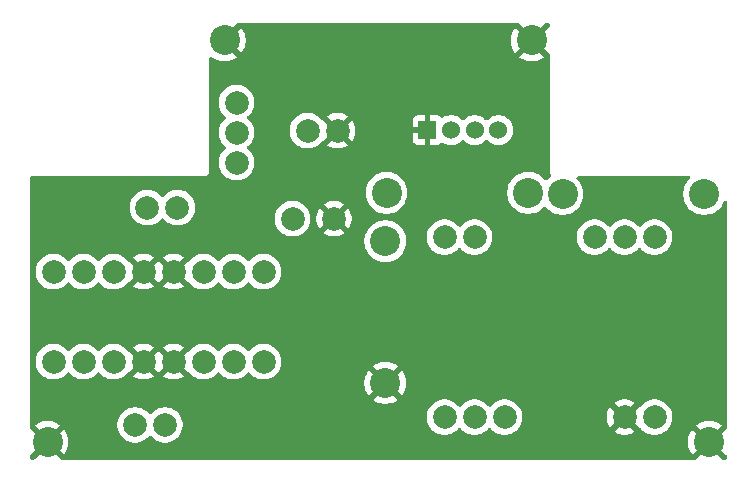
<source format=gbr>
%TF.GenerationSoftware,KiCad,Pcbnew,9.0.0*%
%TF.CreationDate,2025-03-14T15:10:24+01:00*%
%TF.ProjectId,Kicad,4b696361-642e-46b6-9963-61645f706362,rev?*%
%TF.SameCoordinates,Original*%
%TF.FileFunction,Copper,L2,Bot*%
%TF.FilePolarity,Positive*%
%FSLAX46Y46*%
G04 Gerber Fmt 4.6, Leading zero omitted, Abs format (unit mm)*
G04 Created by KiCad (PCBNEW 9.0.0) date 2025-03-14 15:10:24*
%MOMM*%
%LPD*%
G01*
G04 APERTURE LIST*
%TA.AperFunction,ComponentPad*%
%ADD10C,2.540000*%
%TD*%
%TA.AperFunction,ComponentPad*%
%ADD11C,2.000000*%
%TD*%
%TA.AperFunction,ComponentPad*%
%ADD12R,1.524000X1.524000*%
%TD*%
%TA.AperFunction,ComponentPad*%
%ADD13C,1.524000*%
%TD*%
G04 APERTURE END LIST*
D10*
%TO.P,DH4,1,DH*%
%TO.N,GND*%
X229000000Y-83000000D03*
%TD*%
%TO.P,DH3,1,DH*%
%TO.N,GND*%
X173000000Y-83000000D03*
%TD*%
%TO.P,DH2,1,DH*%
%TO.N,GND*%
X214000000Y-49000000D03*
%TD*%
%TO.P,DH1,1,DH*%
%TO.N,GND*%
X188000000Y-49000000D03*
%TD*%
D11*
%TO.P,J1,1,1*%
%TO.N,Net-(U2-3Y)*%
X181450000Y-63150000D03*
%TO.P,J1,2,2*%
%TO.N,Net-(U2-4Y)*%
X183990000Y-63150000D03*
%TD*%
%TO.P,J2,1,1*%
%TO.N,Net-(U2-2Y)*%
X182950000Y-81550000D03*
%TO.P,J2,2,2*%
%TO.N,Net-(U2-1Y)*%
X180410000Y-81550000D03*
%TD*%
%TO.P,J3,1,1*%
%TO.N,GND*%
X197550000Y-56650000D03*
%TO.P,J3,2,2*%
%TO.N,Net-(SW1-B)*%
X195010000Y-56650000D03*
%TD*%
%TO.P,C1,1*%
%TO.N,Net-(SW1-B)*%
X193750000Y-64100000D03*
%TO.P,C1,2*%
%TO.N,GND*%
X197250000Y-64100000D03*
%TD*%
%TO.P,U2,1,EN12*%
%TO.N,Net-(U1-GPIO2)*%
X173510000Y-76210000D03*
%TO.P,U2,2,1A*%
%TO.N,Net-(U1-GPIO1)*%
X176050000Y-76210000D03*
%TO.P,U2,3,1Y*%
%TO.N,Net-(U2-1Y)*%
X178590000Y-76210000D03*
%TO.P,U2,4,GND*%
%TO.N,GND*%
X181130000Y-76210000D03*
%TO.P,U2,5,GND*%
X183670000Y-76210000D03*
%TO.P,U2,6,2Y*%
%TO.N,Net-(U2-2Y)*%
X186210000Y-76210000D03*
%TO.P,U2,7,2A*%
%TO.N,Net-(U1-GPIO0)*%
X188750000Y-76210000D03*
%TO.P,U2,8,VM*%
%TO.N,Net-(SW1-A)*%
X191290000Y-76210000D03*
%TO.P,U2,9,EN34*%
%TO.N,Net-(U1-GPIO7)*%
X191290000Y-68590000D03*
%TO.P,U2,10,4A*%
%TO.N,Net-(U1-GPIO6)*%
X188750000Y-68590000D03*
%TO.P,U2,11,4Y*%
%TO.N,Net-(U2-4Y)*%
X186210000Y-68590000D03*
%TO.P,U2,12,GND*%
%TO.N,GND*%
X183670000Y-68590000D03*
%TO.P,U2,13,GND*%
X181130000Y-68590000D03*
%TO.P,U2,14,3Y*%
%TO.N,Net-(U2-3Y)*%
X178590000Y-68590000D03*
%TO.P,U2,15,3A*%
%TO.N,Net-(U1-GPIO5)*%
X176050000Y-68590000D03*
%TO.P,U2,16,5V*%
%TO.N,Net-(SW1-A)*%
X173510000Y-68590000D03*
%TD*%
D10*
%TO.P,D1,1*%
%TO.N,Net-(SW1-A)*%
X213700000Y-61900000D03*
%TO.P,D1,2*%
%TO.N,Net-(J4-Pin_2)*%
X201700000Y-61900000D03*
%TD*%
%TO.P,R1,1*%
%TO.N,Net-(U1-GPIO7)*%
X201600000Y-66000000D03*
%TO.P,R1,2*%
%TO.N,GND*%
X201600000Y-78000000D03*
%TD*%
D12*
%TO.P,J4,1,Pin_1*%
%TO.N,GND*%
X205167500Y-56592500D03*
D13*
%TO.P,J4,2,Pin_2*%
%TO.N,Net-(J4-Pin_2)*%
X207167500Y-56592500D03*
%TO.P,J4,3,Pin_3*%
%TO.N,Net-(J4-Pin_3)*%
X209167500Y-56592500D03*
%TO.P,J4,4,Pin_4*%
%TO.N,Net-(J4-Pin_4)*%
X211167500Y-56592500D03*
%TD*%
D10*
%TO.P,D2,1*%
%TO.N,Net-(SW1-A)*%
X216600000Y-62000000D03*
%TO.P,D2,2*%
%TO.N,+5V*%
X228600000Y-62000000D03*
%TD*%
D11*
%TO.P,U1,1,5V*%
%TO.N,+5V*%
X224400000Y-80900000D03*
%TO.P,U1,2,GND*%
%TO.N,GND*%
X221860000Y-80900000D03*
%TO.P,U1,6,GPIO2*%
%TO.N,Net-(U1-GPIO2)*%
X211700000Y-80900000D03*
%TO.P,U1,7,GPIO1*%
%TO.N,Net-(U1-GPIO1)*%
X209160000Y-80900000D03*
%TO.P,U1,8,GPIO0*%
%TO.N,Net-(U1-GPIO0)*%
X206620000Y-80900000D03*
%TO.P,U1,9,GPIO5*%
%TO.N,Net-(U1-GPIO5)*%
X224400000Y-65660000D03*
%TO.P,U1,10,GPIO6*%
%TO.N,Net-(U1-GPIO6)*%
X221860000Y-65660000D03*
%TO.P,U1,11,GPIO7*%
%TO.N,Net-(U1-GPIO7)*%
X219320000Y-65660000D03*
%TO.P,U1,15,GPIO20*%
%TO.N,Net-(J4-Pin_4)*%
X209160000Y-65660000D03*
%TO.P,U1,16,GPIO21*%
%TO.N,Net-(J4-Pin_3)*%
X206620000Y-65660000D03*
%TD*%
%TO.P,SW1,1,A*%
%TO.N,Net-(SW1-A)*%
X189000000Y-54260000D03*
%TO.P,SW1,2,B*%
%TO.N,Net-(SW1-B)*%
X189000000Y-56800000D03*
%TO.P,SW1,3,C*%
X189000000Y-59340000D03*
%TD*%
%TA.AperFunction,Conductor*%
%TO.N,GND*%
G36*
X172223249Y-83637463D02*
G01*
X172362537Y-83776751D01*
X172490979Y-83862573D01*
X171919595Y-84433957D01*
X171919233Y-84435577D01*
X171909913Y-84444785D01*
X171904471Y-84456703D01*
X171885540Y-84468868D01*
X171869533Y-84484686D01*
X171855375Y-84488254D01*
X171845693Y-84494477D01*
X171810758Y-84499500D01*
X171624500Y-84499500D01*
X171557461Y-84479815D01*
X171511706Y-84427011D01*
X171500500Y-84375500D01*
X171500500Y-84189240D01*
X171520185Y-84122201D01*
X171550591Y-84095853D01*
X172137425Y-83509019D01*
X172223249Y-83637463D01*
G37*
%TD.AperFunction*%
%TA.AperFunction,Conductor*%
G36*
X212877797Y-47520185D02*
G01*
X212904137Y-47550583D01*
X213490979Y-48137425D01*
X213362537Y-48223249D01*
X213223249Y-48362537D01*
X213137425Y-48490979D01*
X212584117Y-47937671D01*
X212584116Y-47937671D01*
X212525140Y-48014533D01*
X212525134Y-48014541D01*
X212409132Y-48215461D01*
X212409124Y-48215478D01*
X212320336Y-48429832D01*
X212260286Y-48653946D01*
X212260283Y-48653959D01*
X212230001Y-48883977D01*
X212230000Y-48883994D01*
X212230000Y-49116005D01*
X212230001Y-49116022D01*
X212260283Y-49346040D01*
X212260286Y-49346053D01*
X212320336Y-49570167D01*
X212409124Y-49784521D01*
X212409132Y-49784538D01*
X212525136Y-49985461D01*
X212525142Y-49985469D01*
X212584117Y-50062327D01*
X213137425Y-49509019D01*
X213223249Y-49637463D01*
X213362537Y-49776751D01*
X213490979Y-49862573D01*
X212937671Y-50415881D01*
X213014530Y-50474857D01*
X213014538Y-50474863D01*
X213215461Y-50590867D01*
X213215478Y-50590875D01*
X213429832Y-50679663D01*
X213653946Y-50739713D01*
X213653959Y-50739716D01*
X213883977Y-50769998D01*
X213883995Y-50770000D01*
X214116005Y-50770000D01*
X214116022Y-50769998D01*
X214346040Y-50739716D01*
X214346053Y-50739713D01*
X214570167Y-50679663D01*
X214784521Y-50590875D01*
X214784538Y-50590867D01*
X214985475Y-50474855D01*
X215062327Y-50415883D01*
X215062327Y-50415880D01*
X214509020Y-49862573D01*
X214637463Y-49776751D01*
X214776751Y-49637463D01*
X214862573Y-49509020D01*
X215433950Y-50080397D01*
X215435563Y-50080758D01*
X215484678Y-50130452D01*
X215499500Y-50189240D01*
X215499500Y-60065891D01*
X215533608Y-60193187D01*
X215549009Y-60219862D01*
X215599500Y-60307314D01*
X215599502Y-60307316D01*
X215628939Y-60336753D01*
X215662424Y-60398076D01*
X215657440Y-60467768D01*
X215616745Y-60522810D01*
X215430117Y-60666015D01*
X215278125Y-60818008D01*
X215216802Y-60851493D01*
X215147110Y-60846509D01*
X215092068Y-60805813D01*
X215033990Y-60730124D01*
X215033984Y-60730117D01*
X214869882Y-60566015D01*
X214869875Y-60566009D01*
X214685745Y-60424721D01*
X214685743Y-60424720D01*
X214484762Y-60308685D01*
X214484754Y-60308681D01*
X214484752Y-60308680D01*
X214270330Y-60219863D01*
X214270331Y-60219863D01*
X214270328Y-60219862D01*
X214128203Y-60181780D01*
X214046149Y-60159794D01*
X214017386Y-60156007D01*
X213816052Y-60129500D01*
X213816045Y-60129500D01*
X213583955Y-60129500D01*
X213583947Y-60129500D01*
X213353851Y-60159794D01*
X213129671Y-60219862D01*
X212915254Y-60308677D01*
X212915237Y-60308685D01*
X212714256Y-60424720D01*
X212714254Y-60424721D01*
X212530124Y-60566009D01*
X212530117Y-60566015D01*
X212366015Y-60730117D01*
X212366009Y-60730124D01*
X212224721Y-60914254D01*
X212224720Y-60914256D01*
X212108685Y-61115237D01*
X212108677Y-61115254D01*
X212019862Y-61329671D01*
X211959794Y-61553851D01*
X211929500Y-61783947D01*
X211929500Y-62016052D01*
X211959794Y-62246148D01*
X212019862Y-62470328D01*
X212108677Y-62684745D01*
X212108685Y-62684762D01*
X212224720Y-62885743D01*
X212224721Y-62885745D01*
X212366009Y-63069875D01*
X212366015Y-63069882D01*
X212530117Y-63233984D01*
X212530124Y-63233990D01*
X212714254Y-63375278D01*
X212714256Y-63375279D01*
X212915237Y-63491314D01*
X212915240Y-63491315D01*
X212915248Y-63491320D01*
X213129670Y-63580137D01*
X213353851Y-63640206D01*
X213583955Y-63670500D01*
X213583962Y-63670500D01*
X213816038Y-63670500D01*
X213816045Y-63670500D01*
X214046149Y-63640206D01*
X214270330Y-63580137D01*
X214484752Y-63491320D01*
X214685748Y-63375276D01*
X214869877Y-63233989D01*
X215021875Y-63081990D01*
X215083197Y-63048507D01*
X215152888Y-63053491D01*
X215207931Y-63094186D01*
X215266009Y-63169875D01*
X215266015Y-63169882D01*
X215430117Y-63333984D01*
X215430124Y-63333990D01*
X215614254Y-63475278D01*
X215614256Y-63475279D01*
X215815237Y-63591314D01*
X215815240Y-63591315D01*
X215815248Y-63591320D01*
X216029670Y-63680137D01*
X216253851Y-63740206D01*
X216483955Y-63770500D01*
X216483962Y-63770500D01*
X216716038Y-63770500D01*
X216716045Y-63770500D01*
X216946149Y-63740206D01*
X217170330Y-63680137D01*
X217384752Y-63591320D01*
X217585748Y-63475276D01*
X217769877Y-63333989D01*
X217933989Y-63169877D01*
X218075276Y-62985748D01*
X218191320Y-62784752D01*
X218280137Y-62570330D01*
X218340206Y-62346149D01*
X218370500Y-62116045D01*
X218370500Y-61883955D01*
X218370007Y-61880214D01*
X218357335Y-61783961D01*
X218340206Y-61653851D01*
X218280137Y-61429670D01*
X218191320Y-61215248D01*
X218191314Y-61215237D01*
X218075279Y-61014256D01*
X218075278Y-61014254D01*
X217933990Y-60830124D01*
X217933984Y-60830117D01*
X217816048Y-60712181D01*
X217782563Y-60650858D01*
X217787547Y-60581166D01*
X217829419Y-60525233D01*
X217894883Y-60500816D01*
X217903729Y-60500500D01*
X227296271Y-60500500D01*
X227363310Y-60520185D01*
X227409065Y-60572989D01*
X227419009Y-60642147D01*
X227389984Y-60705703D01*
X227383952Y-60712181D01*
X227266015Y-60830117D01*
X227266009Y-60830124D01*
X227124721Y-61014254D01*
X227124720Y-61014256D01*
X227008685Y-61215237D01*
X227008677Y-61215254D01*
X226919862Y-61429671D01*
X226859794Y-61653851D01*
X226829500Y-61883947D01*
X226829500Y-62116052D01*
X226859794Y-62346148D01*
X226919862Y-62570328D01*
X227008677Y-62784745D01*
X227008685Y-62784762D01*
X227124720Y-62985743D01*
X227124721Y-62985745D01*
X227266009Y-63169875D01*
X227266015Y-63169882D01*
X227430117Y-63333984D01*
X227430124Y-63333990D01*
X227614254Y-63475278D01*
X227614256Y-63475279D01*
X227815237Y-63591314D01*
X227815240Y-63591315D01*
X227815248Y-63591320D01*
X228029670Y-63680137D01*
X228253851Y-63740206D01*
X228483955Y-63770500D01*
X228483962Y-63770500D01*
X228716038Y-63770500D01*
X228716045Y-63770500D01*
X228946149Y-63740206D01*
X229170330Y-63680137D01*
X229384752Y-63591320D01*
X229585748Y-63475276D01*
X229769877Y-63333989D01*
X229933989Y-63169877D01*
X230075276Y-62985748D01*
X230191320Y-62784752D01*
X230260939Y-62616676D01*
X230304780Y-62562274D01*
X230371074Y-62540209D01*
X230438773Y-62557488D01*
X230486384Y-62608625D01*
X230499500Y-62664130D01*
X230499500Y-81810758D01*
X230479815Y-81877797D01*
X230449409Y-81904143D01*
X229862573Y-82490979D01*
X229776751Y-82362537D01*
X229637463Y-82223249D01*
X229509019Y-82137425D01*
X230062327Y-81584117D01*
X229985469Y-81525142D01*
X229985461Y-81525136D01*
X229784538Y-81409132D01*
X229784521Y-81409124D01*
X229570167Y-81320336D01*
X229346053Y-81260286D01*
X229346040Y-81260283D01*
X229116022Y-81230001D01*
X229116005Y-81230000D01*
X228883995Y-81230000D01*
X228883977Y-81230001D01*
X228653959Y-81260283D01*
X228653946Y-81260286D01*
X228429832Y-81320336D01*
X228215478Y-81409124D01*
X228215461Y-81409132D01*
X228014541Y-81525134D01*
X228014533Y-81525140D01*
X227937671Y-81584116D01*
X227937671Y-81584117D01*
X228490979Y-82137425D01*
X228362537Y-82223249D01*
X228223249Y-82362537D01*
X228137425Y-82490979D01*
X227584117Y-81937671D01*
X227584116Y-81937671D01*
X227525140Y-82014533D01*
X227525134Y-82014541D01*
X227409132Y-82215461D01*
X227409124Y-82215478D01*
X227320336Y-82429832D01*
X227260286Y-82653946D01*
X227260283Y-82653959D01*
X227230001Y-82883977D01*
X227230000Y-82883994D01*
X227230000Y-83116005D01*
X227230001Y-83116022D01*
X227260283Y-83346040D01*
X227260286Y-83346053D01*
X227320336Y-83570167D01*
X227409124Y-83784521D01*
X227409132Y-83784538D01*
X227525136Y-83985461D01*
X227525142Y-83985469D01*
X227584117Y-84062327D01*
X228137425Y-83509019D01*
X228223249Y-83637463D01*
X228362537Y-83776751D01*
X228490979Y-83862573D01*
X227919595Y-84433957D01*
X227919233Y-84435577D01*
X227869533Y-84484686D01*
X227810758Y-84499500D01*
X174189241Y-84499500D01*
X174122202Y-84479815D01*
X174095848Y-84449401D01*
X173509020Y-83862573D01*
X173637463Y-83776751D01*
X173776751Y-83637463D01*
X173862573Y-83509020D01*
X174415880Y-84062327D01*
X174415883Y-84062327D01*
X174474855Y-83985475D01*
X174590867Y-83784538D01*
X174590875Y-83784521D01*
X174679663Y-83570167D01*
X174739713Y-83346053D01*
X174739716Y-83346040D01*
X174769998Y-83116022D01*
X174770000Y-83116005D01*
X174770000Y-82883994D01*
X174769998Y-82883977D01*
X174739716Y-82653959D01*
X174739713Y-82653946D01*
X174679663Y-82429832D01*
X174590875Y-82215478D01*
X174590867Y-82215461D01*
X174474863Y-82014538D01*
X174474857Y-82014530D01*
X174415881Y-81937671D01*
X173862573Y-82490979D01*
X173776751Y-82362537D01*
X173637463Y-82223249D01*
X173509019Y-82137425D01*
X174062327Y-81584117D01*
X174062327Y-81584116D01*
X173985822Y-81525412D01*
X173985820Y-81525410D01*
X173985816Y-81525407D01*
X173985478Y-81525148D01*
X173985461Y-81525136D01*
X173823976Y-81431902D01*
X178909500Y-81431902D01*
X178909500Y-81668097D01*
X178946446Y-81901368D01*
X179019433Y-82125996D01*
X179126657Y-82336433D01*
X179265483Y-82527510D01*
X179432490Y-82694517D01*
X179623567Y-82833343D01*
X179722942Y-82883977D01*
X179834003Y-82940566D01*
X179834005Y-82940566D01*
X179834008Y-82940568D01*
X179954412Y-82979689D01*
X180058631Y-83013553D01*
X180291903Y-83050500D01*
X180291908Y-83050500D01*
X180528097Y-83050500D01*
X180761368Y-83013553D01*
X180985992Y-82940568D01*
X181196433Y-82833343D01*
X181387510Y-82694517D01*
X181554517Y-82527510D01*
X181579682Y-82492872D01*
X181635011Y-82450207D01*
X181704625Y-82444228D01*
X181766420Y-82476833D01*
X181780315Y-82492870D01*
X181805483Y-82527510D01*
X181972490Y-82694517D01*
X182163567Y-82833343D01*
X182262942Y-82883977D01*
X182374003Y-82940566D01*
X182374005Y-82940566D01*
X182374008Y-82940568D01*
X182494412Y-82979689D01*
X182598631Y-83013553D01*
X182831903Y-83050500D01*
X182831908Y-83050500D01*
X183068097Y-83050500D01*
X183301368Y-83013553D01*
X183525992Y-82940568D01*
X183736433Y-82833343D01*
X183927510Y-82694517D01*
X184094517Y-82527510D01*
X184233343Y-82336433D01*
X184340568Y-82125992D01*
X184413553Y-81901368D01*
X184425358Y-81826833D01*
X184450500Y-81668097D01*
X184450500Y-81431902D01*
X184413553Y-81198631D01*
X184340566Y-80974003D01*
X184276027Y-80847339D01*
X184242685Y-80781902D01*
X205119500Y-80781902D01*
X205119500Y-81018097D01*
X205156446Y-81251368D01*
X205229433Y-81475996D01*
X205284524Y-81584117D01*
X205336657Y-81686433D01*
X205475483Y-81877510D01*
X205642490Y-82044517D01*
X205833567Y-82183343D01*
X205896636Y-82215478D01*
X206044003Y-82290566D01*
X206044005Y-82290566D01*
X206044008Y-82290568D01*
X206164412Y-82329689D01*
X206268631Y-82363553D01*
X206501903Y-82400500D01*
X206501908Y-82400500D01*
X206738097Y-82400500D01*
X206971368Y-82363553D01*
X206998313Y-82354798D01*
X207195992Y-82290568D01*
X207406433Y-82183343D01*
X207597510Y-82044517D01*
X207764517Y-81877510D01*
X207789682Y-81842872D01*
X207845011Y-81800207D01*
X207914625Y-81794228D01*
X207976420Y-81826833D01*
X207990315Y-81842870D01*
X208015483Y-81877510D01*
X208182490Y-82044517D01*
X208373567Y-82183343D01*
X208436636Y-82215478D01*
X208584003Y-82290566D01*
X208584005Y-82290566D01*
X208584008Y-82290568D01*
X208704412Y-82329689D01*
X208808631Y-82363553D01*
X209041903Y-82400500D01*
X209041908Y-82400500D01*
X209278097Y-82400500D01*
X209511368Y-82363553D01*
X209538313Y-82354798D01*
X209735992Y-82290568D01*
X209946433Y-82183343D01*
X210137510Y-82044517D01*
X210304517Y-81877510D01*
X210329682Y-81842872D01*
X210385011Y-81800207D01*
X210454625Y-81794228D01*
X210516420Y-81826833D01*
X210530315Y-81842870D01*
X210555483Y-81877510D01*
X210722490Y-82044517D01*
X210913567Y-82183343D01*
X210976636Y-82215478D01*
X211124003Y-82290566D01*
X211124005Y-82290566D01*
X211124008Y-82290568D01*
X211244412Y-82329689D01*
X211348631Y-82363553D01*
X211581903Y-82400500D01*
X211581908Y-82400500D01*
X211818097Y-82400500D01*
X212051368Y-82363553D01*
X212078313Y-82354798D01*
X212275992Y-82290568D01*
X212486433Y-82183343D01*
X212677510Y-82044517D01*
X212844517Y-81877510D01*
X212983343Y-81686433D01*
X213090568Y-81475992D01*
X213163553Y-81251368D01*
X213166937Y-81230000D01*
X213200500Y-81018097D01*
X213200500Y-80781947D01*
X220360000Y-80781947D01*
X220360000Y-81018052D01*
X220396934Y-81251247D01*
X220469897Y-81475802D01*
X220577087Y-81686174D01*
X220637338Y-81769104D01*
X220637340Y-81769105D01*
X221460000Y-80946445D01*
X221460000Y-80952661D01*
X221487259Y-81054394D01*
X221539920Y-81145606D01*
X221614394Y-81220080D01*
X221705606Y-81272741D01*
X221807339Y-81300000D01*
X221813554Y-81300000D01*
X220990893Y-82122658D01*
X221073828Y-82182914D01*
X221284197Y-82290102D01*
X221508752Y-82363065D01*
X221508751Y-82363065D01*
X221741948Y-82400000D01*
X221978052Y-82400000D01*
X222211247Y-82363065D01*
X222435802Y-82290102D01*
X222646163Y-82182918D01*
X222646169Y-82182914D01*
X222729104Y-82122658D01*
X222729105Y-82122658D01*
X221906446Y-81300000D01*
X221912661Y-81300000D01*
X222014394Y-81272741D01*
X222105606Y-81220080D01*
X222180080Y-81145606D01*
X222232741Y-81054394D01*
X222260000Y-80952661D01*
X222260000Y-80946446D01*
X223082657Y-81769104D01*
X223102404Y-81767550D01*
X223170781Y-81781914D01*
X223212451Y-81818282D01*
X223255483Y-81877510D01*
X223422490Y-82044517D01*
X223613567Y-82183343D01*
X223676636Y-82215478D01*
X223824003Y-82290566D01*
X223824005Y-82290566D01*
X223824008Y-82290568D01*
X223944412Y-82329689D01*
X224048631Y-82363553D01*
X224281903Y-82400500D01*
X224281908Y-82400500D01*
X224518097Y-82400500D01*
X224751368Y-82363553D01*
X224778313Y-82354798D01*
X224975992Y-82290568D01*
X225186433Y-82183343D01*
X225377510Y-82044517D01*
X225544517Y-81877510D01*
X225683343Y-81686433D01*
X225790568Y-81475992D01*
X225863553Y-81251368D01*
X225866937Y-81230000D01*
X225900500Y-81018097D01*
X225900500Y-80781902D01*
X225863553Y-80548631D01*
X225829689Y-80444412D01*
X225790568Y-80324008D01*
X225790566Y-80324005D01*
X225790566Y-80324003D01*
X225683342Y-80113566D01*
X225623277Y-80030894D01*
X225544517Y-79922490D01*
X225377510Y-79755483D01*
X225186433Y-79616657D01*
X225135833Y-79590875D01*
X224975996Y-79509433D01*
X224751368Y-79436446D01*
X224518097Y-79399500D01*
X224518092Y-79399500D01*
X224281908Y-79399500D01*
X224281903Y-79399500D01*
X224048631Y-79436446D01*
X223824003Y-79509433D01*
X223613566Y-79616657D01*
X223530047Y-79677338D01*
X223422490Y-79755483D01*
X223422488Y-79755485D01*
X223422487Y-79755485D01*
X223255482Y-79922490D01*
X223212451Y-79981717D01*
X223157120Y-80024382D01*
X223102405Y-80032448D01*
X223082658Y-80030893D01*
X222260000Y-80853552D01*
X222260000Y-80847339D01*
X222232741Y-80745606D01*
X222180080Y-80654394D01*
X222105606Y-80579920D01*
X222014394Y-80527259D01*
X221912661Y-80500000D01*
X221906447Y-80500000D01*
X222729105Y-79677340D01*
X222729104Y-79677338D01*
X222646174Y-79617087D01*
X222435802Y-79509897D01*
X222211247Y-79436934D01*
X222211248Y-79436934D01*
X221978052Y-79400000D01*
X221741948Y-79400000D01*
X221508752Y-79436934D01*
X221284197Y-79509897D01*
X221073830Y-79617084D01*
X220990894Y-79677340D01*
X221813554Y-80500000D01*
X221807339Y-80500000D01*
X221705606Y-80527259D01*
X221614394Y-80579920D01*
X221539920Y-80654394D01*
X221487259Y-80745606D01*
X221460000Y-80847339D01*
X221460000Y-80853554D01*
X220637340Y-80030894D01*
X220577084Y-80113830D01*
X220469897Y-80324197D01*
X220396934Y-80548752D01*
X220360000Y-80781947D01*
X213200500Y-80781947D01*
X213200500Y-80781902D01*
X213163553Y-80548631D01*
X213129689Y-80444412D01*
X213090568Y-80324008D01*
X213090566Y-80324005D01*
X213090566Y-80324003D01*
X212983342Y-80113566D01*
X212923277Y-80030894D01*
X212844517Y-79922490D01*
X212677510Y-79755483D01*
X212486433Y-79616657D01*
X212435833Y-79590875D01*
X212275996Y-79509433D01*
X212051368Y-79436446D01*
X211818097Y-79399500D01*
X211818092Y-79399500D01*
X211581908Y-79399500D01*
X211581903Y-79399500D01*
X211348631Y-79436446D01*
X211124003Y-79509433D01*
X210913566Y-79616657D01*
X210830047Y-79677338D01*
X210722490Y-79755483D01*
X210722488Y-79755485D01*
X210722487Y-79755485D01*
X210555484Y-79922488D01*
X210530318Y-79957127D01*
X210474987Y-79999792D01*
X210405374Y-80005771D01*
X210343579Y-79973165D01*
X210329682Y-79957127D01*
X210304517Y-79922490D01*
X210137510Y-79755483D01*
X209946433Y-79616657D01*
X209895833Y-79590875D01*
X209735996Y-79509433D01*
X209511368Y-79436446D01*
X209278097Y-79399500D01*
X209278092Y-79399500D01*
X209041908Y-79399500D01*
X209041903Y-79399500D01*
X208808631Y-79436446D01*
X208584003Y-79509433D01*
X208373566Y-79616657D01*
X208290047Y-79677338D01*
X208182490Y-79755483D01*
X208182488Y-79755485D01*
X208182487Y-79755485D01*
X208015484Y-79922488D01*
X207990318Y-79957127D01*
X207934987Y-79999792D01*
X207865374Y-80005771D01*
X207803579Y-79973165D01*
X207789682Y-79957127D01*
X207764517Y-79922490D01*
X207597510Y-79755483D01*
X207406433Y-79616657D01*
X207355833Y-79590875D01*
X207195996Y-79509433D01*
X206971368Y-79436446D01*
X206738097Y-79399500D01*
X206738092Y-79399500D01*
X206501908Y-79399500D01*
X206501903Y-79399500D01*
X206268631Y-79436446D01*
X206044003Y-79509433D01*
X205833566Y-79616657D01*
X205750047Y-79677338D01*
X205642490Y-79755483D01*
X205642488Y-79755485D01*
X205642487Y-79755485D01*
X205475485Y-79922487D01*
X205475485Y-79922488D01*
X205475483Y-79922490D01*
X205432452Y-79981717D01*
X205336657Y-80113566D01*
X205229433Y-80324003D01*
X205156446Y-80548631D01*
X205119500Y-80781902D01*
X184242685Y-80781902D01*
X184233343Y-80763567D01*
X184233342Y-80763566D01*
X184155024Y-80655771D01*
X184094517Y-80572490D01*
X183927510Y-80405483D01*
X183736433Y-80266657D01*
X183525996Y-80159433D01*
X183301368Y-80086446D01*
X183068097Y-80049500D01*
X183068092Y-80049500D01*
X182831908Y-80049500D01*
X182831903Y-80049500D01*
X182598631Y-80086446D01*
X182374003Y-80159433D01*
X182163566Y-80266657D01*
X182084637Y-80324003D01*
X181972490Y-80405483D01*
X181972488Y-80405485D01*
X181972487Y-80405485D01*
X181805484Y-80572488D01*
X181780318Y-80607127D01*
X181724987Y-80649792D01*
X181655374Y-80655771D01*
X181593579Y-80623165D01*
X181579682Y-80607127D01*
X181559915Y-80579920D01*
X181554517Y-80572490D01*
X181387510Y-80405483D01*
X181196433Y-80266657D01*
X180985996Y-80159433D01*
X180761368Y-80086446D01*
X180528097Y-80049500D01*
X180528092Y-80049500D01*
X180291908Y-80049500D01*
X180291903Y-80049500D01*
X180058631Y-80086446D01*
X179834003Y-80159433D01*
X179623566Y-80266657D01*
X179544637Y-80324003D01*
X179432490Y-80405483D01*
X179432488Y-80405485D01*
X179432487Y-80405485D01*
X179265485Y-80572487D01*
X179265485Y-80572488D01*
X179265483Y-80572490D01*
X179209320Y-80649792D01*
X179126657Y-80763566D01*
X179019433Y-80974003D01*
X178946446Y-81198631D01*
X178909500Y-81431902D01*
X173823976Y-81431902D01*
X173784538Y-81409132D01*
X173784521Y-81409124D01*
X173570167Y-81320336D01*
X173346053Y-81260286D01*
X173346040Y-81260283D01*
X173116022Y-81230001D01*
X173116005Y-81230000D01*
X172883995Y-81230000D01*
X172883977Y-81230001D01*
X172653959Y-81260283D01*
X172653946Y-81260286D01*
X172429832Y-81320336D01*
X172215478Y-81409124D01*
X172215461Y-81409132D01*
X172014541Y-81525134D01*
X172014533Y-81525140D01*
X171937671Y-81584116D01*
X171937671Y-81584117D01*
X172490979Y-82137425D01*
X172362537Y-82223249D01*
X172223249Y-82362537D01*
X172137426Y-82490979D01*
X171566040Y-81919594D01*
X171564424Y-81919233D01*
X171555215Y-81909914D01*
X171543297Y-81904471D01*
X171531130Y-81885539D01*
X171515315Y-81869534D01*
X171511746Y-81855377D01*
X171505523Y-81845693D01*
X171500500Y-81810758D01*
X171500500Y-77883994D01*
X199830000Y-77883994D01*
X199830000Y-78116005D01*
X199830001Y-78116022D01*
X199860283Y-78346040D01*
X199860286Y-78346053D01*
X199920336Y-78570167D01*
X200009124Y-78784521D01*
X200009132Y-78784538D01*
X200125136Y-78985461D01*
X200125142Y-78985469D01*
X200184117Y-79062327D01*
X201117037Y-78129408D01*
X201134075Y-78192993D01*
X201199901Y-78307007D01*
X201292993Y-78400099D01*
X201407007Y-78465925D01*
X201470591Y-78482962D01*
X200537671Y-79415881D01*
X200614530Y-79474857D01*
X200614538Y-79474863D01*
X200815461Y-79590867D01*
X200815478Y-79590875D01*
X201029832Y-79679663D01*
X201253946Y-79739713D01*
X201253959Y-79739716D01*
X201483977Y-79769998D01*
X201483995Y-79770000D01*
X201716005Y-79770000D01*
X201716022Y-79769998D01*
X201946040Y-79739716D01*
X201946053Y-79739713D01*
X202170167Y-79679663D01*
X202384521Y-79590875D01*
X202384538Y-79590867D01*
X202585475Y-79474855D01*
X202662327Y-79415883D01*
X202662327Y-79415880D01*
X201729408Y-78482962D01*
X201792993Y-78465925D01*
X201907007Y-78400099D01*
X202000099Y-78307007D01*
X202065925Y-78192993D01*
X202082962Y-78129409D01*
X203015880Y-79062327D01*
X203015883Y-79062327D01*
X203074855Y-78985475D01*
X203190867Y-78784538D01*
X203190875Y-78784521D01*
X203279663Y-78570167D01*
X203339713Y-78346053D01*
X203339716Y-78346040D01*
X203369998Y-78116022D01*
X203370000Y-78116005D01*
X203370000Y-77883994D01*
X203369998Y-77883977D01*
X203339716Y-77653959D01*
X203339713Y-77653946D01*
X203279663Y-77429832D01*
X203190875Y-77215478D01*
X203190867Y-77215461D01*
X203074863Y-77014538D01*
X203074857Y-77014530D01*
X203015881Y-76937671D01*
X202082962Y-77870590D01*
X202065925Y-77807007D01*
X202000099Y-77692993D01*
X201907007Y-77599901D01*
X201792993Y-77534075D01*
X201729409Y-77517037D01*
X202662327Y-76584117D01*
X202585469Y-76525142D01*
X202585461Y-76525136D01*
X202384538Y-76409132D01*
X202384521Y-76409124D01*
X202170167Y-76320336D01*
X201946053Y-76260286D01*
X201946040Y-76260283D01*
X201716022Y-76230001D01*
X201716005Y-76230000D01*
X201483995Y-76230000D01*
X201483977Y-76230001D01*
X201253959Y-76260283D01*
X201253946Y-76260286D01*
X201029832Y-76320336D01*
X200815478Y-76409124D01*
X200815461Y-76409132D01*
X200614541Y-76525134D01*
X200614533Y-76525140D01*
X200537671Y-76584116D01*
X200537671Y-76584117D01*
X201470591Y-77517037D01*
X201407007Y-77534075D01*
X201292993Y-77599901D01*
X201199901Y-77692993D01*
X201134075Y-77807007D01*
X201117037Y-77870590D01*
X200184117Y-76937671D01*
X200184116Y-76937671D01*
X200125140Y-77014533D01*
X200125134Y-77014541D01*
X200009132Y-77215461D01*
X200009124Y-77215478D01*
X199920336Y-77429832D01*
X199860286Y-77653946D01*
X199860283Y-77653959D01*
X199830001Y-77883977D01*
X199830000Y-77883994D01*
X171500500Y-77883994D01*
X171500500Y-76091902D01*
X172009500Y-76091902D01*
X172009500Y-76328097D01*
X172046446Y-76561368D01*
X172119433Y-76785996D01*
X172196716Y-76937671D01*
X172226657Y-76996433D01*
X172365483Y-77187510D01*
X172532490Y-77354517D01*
X172723567Y-77493343D01*
X172803508Y-77534075D01*
X172934003Y-77600566D01*
X172934005Y-77600566D01*
X172934008Y-77600568D01*
X173054412Y-77639689D01*
X173158631Y-77673553D01*
X173391903Y-77710500D01*
X173391908Y-77710500D01*
X173628097Y-77710500D01*
X173861368Y-77673553D01*
X173862870Y-77673065D01*
X174085992Y-77600568D01*
X174296433Y-77493343D01*
X174487510Y-77354517D01*
X174654517Y-77187510D01*
X174679682Y-77152872D01*
X174735011Y-77110207D01*
X174804625Y-77104228D01*
X174866420Y-77136833D01*
X174880315Y-77152870D01*
X174905483Y-77187510D01*
X175072490Y-77354517D01*
X175263567Y-77493343D01*
X175343508Y-77534075D01*
X175474003Y-77600566D01*
X175474005Y-77600566D01*
X175474008Y-77600568D01*
X175594412Y-77639689D01*
X175698631Y-77673553D01*
X175931903Y-77710500D01*
X175931908Y-77710500D01*
X176168097Y-77710500D01*
X176401368Y-77673553D01*
X176402870Y-77673065D01*
X176625992Y-77600568D01*
X176836433Y-77493343D01*
X177027510Y-77354517D01*
X177194517Y-77187510D01*
X177219682Y-77152872D01*
X177275011Y-77110207D01*
X177344625Y-77104228D01*
X177406420Y-77136833D01*
X177420315Y-77152870D01*
X177445483Y-77187510D01*
X177612490Y-77354517D01*
X177803567Y-77493343D01*
X177883508Y-77534075D01*
X178014003Y-77600566D01*
X178014005Y-77600566D01*
X178014008Y-77600568D01*
X178134412Y-77639689D01*
X178238631Y-77673553D01*
X178471903Y-77710500D01*
X178471908Y-77710500D01*
X178708097Y-77710500D01*
X178941368Y-77673553D01*
X178942870Y-77673065D01*
X179165992Y-77600568D01*
X179376433Y-77493343D01*
X179567510Y-77354517D01*
X179734517Y-77187510D01*
X179781370Y-77123022D01*
X179785713Y-77118199D01*
X179810150Y-77103142D01*
X179832877Y-77085618D01*
X179840393Y-77084509D01*
X179845199Y-77081549D01*
X179858730Y-77081806D01*
X179887594Y-77077551D01*
X179907340Y-77079105D01*
X180730000Y-76256445D01*
X180730000Y-76262661D01*
X180757259Y-76364394D01*
X180809920Y-76455606D01*
X180884394Y-76530080D01*
X180975606Y-76582741D01*
X181077339Y-76610000D01*
X181083554Y-76610000D01*
X180260893Y-77432658D01*
X180343828Y-77492914D01*
X180554197Y-77600102D01*
X180778752Y-77673065D01*
X180778751Y-77673065D01*
X181011948Y-77710000D01*
X181248052Y-77710000D01*
X181481247Y-77673065D01*
X181705802Y-77600102D01*
X181916163Y-77492918D01*
X181916169Y-77492914D01*
X181999104Y-77432658D01*
X181999105Y-77432658D01*
X181176446Y-76610000D01*
X181182661Y-76610000D01*
X181284394Y-76582741D01*
X181375606Y-76530080D01*
X181450080Y-76455606D01*
X181502741Y-76364394D01*
X181530000Y-76262661D01*
X181530000Y-76256447D01*
X182352657Y-77079104D01*
X182390275Y-77076144D01*
X182409735Y-77076144D01*
X182447340Y-77079104D01*
X183270000Y-76256445D01*
X183270000Y-76262661D01*
X183297259Y-76364394D01*
X183349920Y-76455606D01*
X183424394Y-76530080D01*
X183515606Y-76582741D01*
X183617339Y-76610000D01*
X183623554Y-76610000D01*
X182800893Y-77432658D01*
X182883828Y-77492914D01*
X183094197Y-77600102D01*
X183318752Y-77673065D01*
X183318751Y-77673065D01*
X183551948Y-77710000D01*
X183788052Y-77710000D01*
X184021247Y-77673065D01*
X184245802Y-77600102D01*
X184456163Y-77492918D01*
X184456169Y-77492914D01*
X184539104Y-77432658D01*
X184539105Y-77432658D01*
X183716446Y-76610000D01*
X183722661Y-76610000D01*
X183824394Y-76582741D01*
X183915606Y-76530080D01*
X183990080Y-76455606D01*
X184042741Y-76364394D01*
X184070000Y-76262661D01*
X184070000Y-76256446D01*
X184892657Y-77079104D01*
X184912404Y-77077550D01*
X184980781Y-77091914D01*
X185022451Y-77128282D01*
X185065483Y-77187510D01*
X185232490Y-77354517D01*
X185423567Y-77493343D01*
X185503508Y-77534075D01*
X185634003Y-77600566D01*
X185634005Y-77600566D01*
X185634008Y-77600568D01*
X185754412Y-77639689D01*
X185858631Y-77673553D01*
X186091903Y-77710500D01*
X186091908Y-77710500D01*
X186328097Y-77710500D01*
X186561368Y-77673553D01*
X186562870Y-77673065D01*
X186785992Y-77600568D01*
X186996433Y-77493343D01*
X187187510Y-77354517D01*
X187354517Y-77187510D01*
X187379682Y-77152872D01*
X187435011Y-77110207D01*
X187504625Y-77104228D01*
X187566420Y-77136833D01*
X187580315Y-77152870D01*
X187605483Y-77187510D01*
X187772490Y-77354517D01*
X187963567Y-77493343D01*
X188043508Y-77534075D01*
X188174003Y-77600566D01*
X188174005Y-77600566D01*
X188174008Y-77600568D01*
X188294412Y-77639689D01*
X188398631Y-77673553D01*
X188631903Y-77710500D01*
X188631908Y-77710500D01*
X188868097Y-77710500D01*
X189101368Y-77673553D01*
X189102870Y-77673065D01*
X189325992Y-77600568D01*
X189536433Y-77493343D01*
X189727510Y-77354517D01*
X189894517Y-77187510D01*
X189919682Y-77152872D01*
X189975011Y-77110207D01*
X190044625Y-77104228D01*
X190106420Y-77136833D01*
X190120315Y-77152870D01*
X190145483Y-77187510D01*
X190312490Y-77354517D01*
X190503567Y-77493343D01*
X190583508Y-77534075D01*
X190714003Y-77600566D01*
X190714005Y-77600566D01*
X190714008Y-77600568D01*
X190834412Y-77639689D01*
X190938631Y-77673553D01*
X191171903Y-77710500D01*
X191171908Y-77710500D01*
X191408097Y-77710500D01*
X191641368Y-77673553D01*
X191642870Y-77673065D01*
X191865992Y-77600568D01*
X192076433Y-77493343D01*
X192267510Y-77354517D01*
X192434517Y-77187510D01*
X192573343Y-76996433D01*
X192680568Y-76785992D01*
X192753553Y-76561368D01*
X192790500Y-76328097D01*
X192790500Y-76091902D01*
X192753553Y-75858631D01*
X192680566Y-75634003D01*
X192573342Y-75423566D01*
X192559999Y-75405201D01*
X192434517Y-75232490D01*
X192267510Y-75065483D01*
X192076433Y-74926657D01*
X191865996Y-74819433D01*
X191641368Y-74746446D01*
X191408097Y-74709500D01*
X191408092Y-74709500D01*
X191171908Y-74709500D01*
X191171903Y-74709500D01*
X190938631Y-74746446D01*
X190714003Y-74819433D01*
X190503566Y-74926657D01*
X190420044Y-74987340D01*
X190312490Y-75065483D01*
X190312488Y-75065485D01*
X190312487Y-75065485D01*
X190145484Y-75232488D01*
X190120318Y-75267127D01*
X190064987Y-75309792D01*
X189995374Y-75315771D01*
X189933579Y-75283165D01*
X189919682Y-75267127D01*
X189894517Y-75232490D01*
X189727510Y-75065483D01*
X189536433Y-74926657D01*
X189325996Y-74819433D01*
X189101368Y-74746446D01*
X188868097Y-74709500D01*
X188868092Y-74709500D01*
X188631908Y-74709500D01*
X188631903Y-74709500D01*
X188398631Y-74746446D01*
X188174003Y-74819433D01*
X187963566Y-74926657D01*
X187880044Y-74987340D01*
X187772490Y-75065483D01*
X187772488Y-75065485D01*
X187772487Y-75065485D01*
X187605484Y-75232488D01*
X187580318Y-75267127D01*
X187524987Y-75309792D01*
X187455374Y-75315771D01*
X187393579Y-75283165D01*
X187379682Y-75267127D01*
X187354517Y-75232490D01*
X187187510Y-75065483D01*
X186996433Y-74926657D01*
X186785996Y-74819433D01*
X186561368Y-74746446D01*
X186328097Y-74709500D01*
X186328092Y-74709500D01*
X186091908Y-74709500D01*
X186091903Y-74709500D01*
X185858631Y-74746446D01*
X185634003Y-74819433D01*
X185423566Y-74926657D01*
X185340044Y-74987340D01*
X185232490Y-75065483D01*
X185232488Y-75065485D01*
X185232487Y-75065485D01*
X185065482Y-75232490D01*
X185022451Y-75291717D01*
X184967120Y-75334382D01*
X184912405Y-75342448D01*
X184892658Y-75340893D01*
X184070000Y-76163552D01*
X184070000Y-76157339D01*
X184042741Y-76055606D01*
X183990080Y-75964394D01*
X183915606Y-75889920D01*
X183824394Y-75837259D01*
X183722661Y-75810000D01*
X183716447Y-75810000D01*
X184539105Y-74987340D01*
X184539104Y-74987338D01*
X184456174Y-74927087D01*
X184245802Y-74819897D01*
X184021247Y-74746934D01*
X184021248Y-74746934D01*
X183788052Y-74710000D01*
X183551948Y-74710000D01*
X183318752Y-74746934D01*
X183094197Y-74819897D01*
X182883830Y-74927084D01*
X182800894Y-74987340D01*
X183623554Y-75810000D01*
X183617339Y-75810000D01*
X183515606Y-75837259D01*
X183424394Y-75889920D01*
X183349920Y-75964394D01*
X183297259Y-76055606D01*
X183270000Y-76157339D01*
X183270000Y-76163554D01*
X182447340Y-75340894D01*
X182409733Y-75343854D01*
X182390276Y-75343854D01*
X182352658Y-75340893D01*
X181530000Y-76163552D01*
X181530000Y-76157339D01*
X181502741Y-76055606D01*
X181450080Y-75964394D01*
X181375606Y-75889920D01*
X181284394Y-75837259D01*
X181182661Y-75810000D01*
X181176447Y-75810000D01*
X181999105Y-74987340D01*
X181999104Y-74987339D01*
X181916174Y-74927087D01*
X181705802Y-74819897D01*
X181481247Y-74746934D01*
X181481248Y-74746934D01*
X181248052Y-74710000D01*
X181011948Y-74710000D01*
X180778752Y-74746934D01*
X180554197Y-74819897D01*
X180343830Y-74927084D01*
X180260894Y-74987340D01*
X181083554Y-75810000D01*
X181077339Y-75810000D01*
X180975606Y-75837259D01*
X180884394Y-75889920D01*
X180809920Y-75964394D01*
X180757259Y-76055606D01*
X180730000Y-76157339D01*
X180730000Y-76163553D01*
X179907340Y-75340893D01*
X179887593Y-75342448D01*
X179883860Y-75341663D01*
X179880222Y-75342808D01*
X179849936Y-75334537D01*
X179819215Y-75328084D01*
X179815429Y-75325114D01*
X179812821Y-75324402D01*
X179803431Y-75315701D01*
X179785712Y-75301800D01*
X179781370Y-75296978D01*
X179734517Y-75232490D01*
X179567510Y-75065483D01*
X179376433Y-74926657D01*
X179165996Y-74819433D01*
X178941368Y-74746446D01*
X178708097Y-74709500D01*
X178708092Y-74709500D01*
X178471908Y-74709500D01*
X178471903Y-74709500D01*
X178238631Y-74746446D01*
X178014003Y-74819433D01*
X177803566Y-74926657D01*
X177720044Y-74987340D01*
X177612490Y-75065483D01*
X177612488Y-75065485D01*
X177612487Y-75065485D01*
X177445484Y-75232488D01*
X177420318Y-75267127D01*
X177364987Y-75309792D01*
X177295374Y-75315771D01*
X177233579Y-75283165D01*
X177219682Y-75267127D01*
X177194517Y-75232490D01*
X177027510Y-75065483D01*
X176836433Y-74926657D01*
X176625996Y-74819433D01*
X176401368Y-74746446D01*
X176168097Y-74709500D01*
X176168092Y-74709500D01*
X175931908Y-74709500D01*
X175931903Y-74709500D01*
X175698631Y-74746446D01*
X175474003Y-74819433D01*
X175263566Y-74926657D01*
X175180044Y-74987340D01*
X175072490Y-75065483D01*
X175072488Y-75065485D01*
X175072487Y-75065485D01*
X174905484Y-75232488D01*
X174880318Y-75267127D01*
X174824987Y-75309792D01*
X174755374Y-75315771D01*
X174693579Y-75283165D01*
X174679682Y-75267127D01*
X174654517Y-75232490D01*
X174487510Y-75065483D01*
X174296433Y-74926657D01*
X174085996Y-74819433D01*
X173861368Y-74746446D01*
X173628097Y-74709500D01*
X173628092Y-74709500D01*
X173391908Y-74709500D01*
X173391903Y-74709500D01*
X173158631Y-74746446D01*
X172934003Y-74819433D01*
X172723566Y-74926657D01*
X172640044Y-74987340D01*
X172532490Y-75065483D01*
X172532488Y-75065485D01*
X172532487Y-75065485D01*
X172365485Y-75232487D01*
X172365485Y-75232488D01*
X172365483Y-75232490D01*
X172322452Y-75291717D01*
X172226657Y-75423566D01*
X172119433Y-75634003D01*
X172046446Y-75858631D01*
X172009500Y-76091902D01*
X171500500Y-76091902D01*
X171500500Y-68471902D01*
X172009500Y-68471902D01*
X172009500Y-68708097D01*
X172046446Y-68941368D01*
X172119433Y-69165996D01*
X172226657Y-69376433D01*
X172365483Y-69567510D01*
X172532490Y-69734517D01*
X172723567Y-69873343D01*
X172822991Y-69924002D01*
X172934003Y-69980566D01*
X172934005Y-69980566D01*
X172934008Y-69980568D01*
X173054412Y-70019689D01*
X173158631Y-70053553D01*
X173391903Y-70090500D01*
X173391908Y-70090500D01*
X173628097Y-70090500D01*
X173861368Y-70053553D01*
X173862870Y-70053065D01*
X174085992Y-69980568D01*
X174296433Y-69873343D01*
X174487510Y-69734517D01*
X174654517Y-69567510D01*
X174679682Y-69532872D01*
X174735011Y-69490207D01*
X174804625Y-69484228D01*
X174866420Y-69516833D01*
X174880315Y-69532870D01*
X174905483Y-69567510D01*
X175072490Y-69734517D01*
X175263567Y-69873343D01*
X175362991Y-69924002D01*
X175474003Y-69980566D01*
X175474005Y-69980566D01*
X175474008Y-69980568D01*
X175594412Y-70019689D01*
X175698631Y-70053553D01*
X175931903Y-70090500D01*
X175931908Y-70090500D01*
X176168097Y-70090500D01*
X176401368Y-70053553D01*
X176402870Y-70053065D01*
X176625992Y-69980568D01*
X176836433Y-69873343D01*
X177027510Y-69734517D01*
X177194517Y-69567510D01*
X177219682Y-69532872D01*
X177275011Y-69490207D01*
X177344625Y-69484228D01*
X177406420Y-69516833D01*
X177420315Y-69532870D01*
X177445483Y-69567510D01*
X177612490Y-69734517D01*
X177803567Y-69873343D01*
X177902991Y-69924002D01*
X178014003Y-69980566D01*
X178014005Y-69980566D01*
X178014008Y-69980568D01*
X178134412Y-70019689D01*
X178238631Y-70053553D01*
X178471903Y-70090500D01*
X178471908Y-70090500D01*
X178708097Y-70090500D01*
X178941368Y-70053553D01*
X178942870Y-70053065D01*
X179165992Y-69980568D01*
X179376433Y-69873343D01*
X179567510Y-69734517D01*
X179734517Y-69567510D01*
X179781370Y-69503022D01*
X179785713Y-69498199D01*
X179810150Y-69483142D01*
X179832877Y-69465618D01*
X179840393Y-69464509D01*
X179845199Y-69461549D01*
X179858730Y-69461806D01*
X179887594Y-69457551D01*
X179907340Y-69459105D01*
X180730000Y-68636445D01*
X180730000Y-68642661D01*
X180757259Y-68744394D01*
X180809920Y-68835606D01*
X180884394Y-68910080D01*
X180975606Y-68962741D01*
X181077339Y-68990000D01*
X181083554Y-68990000D01*
X180260893Y-69812658D01*
X180343828Y-69872914D01*
X180554197Y-69980102D01*
X180778752Y-70053065D01*
X180778751Y-70053065D01*
X181011948Y-70090000D01*
X181248052Y-70090000D01*
X181481247Y-70053065D01*
X181705802Y-69980102D01*
X181916163Y-69872918D01*
X181916169Y-69872914D01*
X181999104Y-69812658D01*
X181999105Y-69812658D01*
X181176446Y-68990000D01*
X181182661Y-68990000D01*
X181284394Y-68962741D01*
X181375606Y-68910080D01*
X181450080Y-68835606D01*
X181502741Y-68744394D01*
X181530000Y-68642661D01*
X181530000Y-68636447D01*
X182352657Y-69459104D01*
X182390275Y-69456144D01*
X182409735Y-69456144D01*
X182447340Y-69459104D01*
X183270000Y-68636445D01*
X183270000Y-68642661D01*
X183297259Y-68744394D01*
X183349920Y-68835606D01*
X183424394Y-68910080D01*
X183515606Y-68962741D01*
X183617339Y-68990000D01*
X183623554Y-68990000D01*
X182800893Y-69812658D01*
X182883828Y-69872914D01*
X183094197Y-69980102D01*
X183318752Y-70053065D01*
X183318751Y-70053065D01*
X183551948Y-70090000D01*
X183788052Y-70090000D01*
X184021247Y-70053065D01*
X184245802Y-69980102D01*
X184456163Y-69872918D01*
X184456169Y-69872914D01*
X184539104Y-69812658D01*
X184539105Y-69812658D01*
X183716446Y-68990000D01*
X183722661Y-68990000D01*
X183824394Y-68962741D01*
X183915606Y-68910080D01*
X183990080Y-68835606D01*
X184042741Y-68744394D01*
X184070000Y-68642661D01*
X184070000Y-68636446D01*
X184892657Y-69459104D01*
X184912404Y-69457550D01*
X184980781Y-69471914D01*
X185022451Y-69508282D01*
X185065483Y-69567510D01*
X185232490Y-69734517D01*
X185423567Y-69873343D01*
X185522991Y-69924002D01*
X185634003Y-69980566D01*
X185634005Y-69980566D01*
X185634008Y-69980568D01*
X185754412Y-70019689D01*
X185858631Y-70053553D01*
X186091903Y-70090500D01*
X186091908Y-70090500D01*
X186328097Y-70090500D01*
X186561368Y-70053553D01*
X186562870Y-70053065D01*
X186785992Y-69980568D01*
X186996433Y-69873343D01*
X187187510Y-69734517D01*
X187354517Y-69567510D01*
X187379682Y-69532872D01*
X187435011Y-69490207D01*
X187504625Y-69484228D01*
X187566420Y-69516833D01*
X187580315Y-69532870D01*
X187605483Y-69567510D01*
X187772490Y-69734517D01*
X187963567Y-69873343D01*
X188062991Y-69924002D01*
X188174003Y-69980566D01*
X188174005Y-69980566D01*
X188174008Y-69980568D01*
X188294412Y-70019689D01*
X188398631Y-70053553D01*
X188631903Y-70090500D01*
X188631908Y-70090500D01*
X188868097Y-70090500D01*
X189101368Y-70053553D01*
X189102870Y-70053065D01*
X189325992Y-69980568D01*
X189536433Y-69873343D01*
X189727510Y-69734517D01*
X189894517Y-69567510D01*
X189919682Y-69532872D01*
X189975011Y-69490207D01*
X190044625Y-69484228D01*
X190106420Y-69516833D01*
X190120315Y-69532870D01*
X190145483Y-69567510D01*
X190312490Y-69734517D01*
X190503567Y-69873343D01*
X190602991Y-69924002D01*
X190714003Y-69980566D01*
X190714005Y-69980566D01*
X190714008Y-69980568D01*
X190834412Y-70019689D01*
X190938631Y-70053553D01*
X191171903Y-70090500D01*
X191171908Y-70090500D01*
X191408097Y-70090500D01*
X191641368Y-70053553D01*
X191642870Y-70053065D01*
X191865992Y-69980568D01*
X192076433Y-69873343D01*
X192267510Y-69734517D01*
X192434517Y-69567510D01*
X192573343Y-69376433D01*
X192680568Y-69165992D01*
X192753553Y-68941368D01*
X192790500Y-68708097D01*
X192790500Y-68471902D01*
X192753553Y-68238631D01*
X192680566Y-68014003D01*
X192573342Y-67803566D01*
X192549318Y-67770500D01*
X192434517Y-67612490D01*
X192267510Y-67445483D01*
X192076433Y-67306657D01*
X191865996Y-67199433D01*
X191641368Y-67126446D01*
X191408097Y-67089500D01*
X191408092Y-67089500D01*
X191171908Y-67089500D01*
X191171903Y-67089500D01*
X190938631Y-67126446D01*
X190714003Y-67199433D01*
X190503566Y-67306657D01*
X190420044Y-67367340D01*
X190312490Y-67445483D01*
X190312488Y-67445485D01*
X190312487Y-67445485D01*
X190145484Y-67612488D01*
X190120318Y-67647127D01*
X190064987Y-67689792D01*
X189995374Y-67695771D01*
X189933579Y-67663165D01*
X189919682Y-67647127D01*
X189894517Y-67612490D01*
X189727510Y-67445483D01*
X189536433Y-67306657D01*
X189325996Y-67199433D01*
X189101368Y-67126446D01*
X188868097Y-67089500D01*
X188868092Y-67089500D01*
X188631908Y-67089500D01*
X188631903Y-67089500D01*
X188398631Y-67126446D01*
X188174003Y-67199433D01*
X187963566Y-67306657D01*
X187880044Y-67367340D01*
X187772490Y-67445483D01*
X187772488Y-67445485D01*
X187772487Y-67445485D01*
X187605484Y-67612488D01*
X187580318Y-67647127D01*
X187524987Y-67689792D01*
X187455374Y-67695771D01*
X187393579Y-67663165D01*
X187379682Y-67647127D01*
X187354517Y-67612490D01*
X187187510Y-67445483D01*
X186996433Y-67306657D01*
X186785996Y-67199433D01*
X186561368Y-67126446D01*
X186328097Y-67089500D01*
X186328092Y-67089500D01*
X186091908Y-67089500D01*
X186091903Y-67089500D01*
X185858631Y-67126446D01*
X185634003Y-67199433D01*
X185423566Y-67306657D01*
X185340044Y-67367340D01*
X185232490Y-67445483D01*
X185232488Y-67445485D01*
X185232487Y-67445485D01*
X185065482Y-67612490D01*
X185022451Y-67671717D01*
X184967120Y-67714382D01*
X184912405Y-67722448D01*
X184892658Y-67720893D01*
X184070000Y-68543552D01*
X184070000Y-68537339D01*
X184042741Y-68435606D01*
X183990080Y-68344394D01*
X183915606Y-68269920D01*
X183824394Y-68217259D01*
X183722661Y-68190000D01*
X183716447Y-68190000D01*
X184539105Y-67367340D01*
X184539104Y-67367338D01*
X184456174Y-67307087D01*
X184245802Y-67199897D01*
X184021247Y-67126934D01*
X184021248Y-67126934D01*
X183788052Y-67090000D01*
X183551948Y-67090000D01*
X183318752Y-67126934D01*
X183094197Y-67199897D01*
X182883830Y-67307084D01*
X182800894Y-67367340D01*
X183623554Y-68190000D01*
X183617339Y-68190000D01*
X183515606Y-68217259D01*
X183424394Y-68269920D01*
X183349920Y-68344394D01*
X183297259Y-68435606D01*
X183270000Y-68537339D01*
X183270000Y-68543554D01*
X182447340Y-67720894D01*
X182409733Y-67723854D01*
X182390276Y-67723854D01*
X182352658Y-67720893D01*
X181530000Y-68543552D01*
X181530000Y-68537339D01*
X181502741Y-68435606D01*
X181450080Y-68344394D01*
X181375606Y-68269920D01*
X181284394Y-68217259D01*
X181182661Y-68190000D01*
X181176447Y-68190000D01*
X181999105Y-67367340D01*
X181999104Y-67367339D01*
X181916174Y-67307087D01*
X181705802Y-67199897D01*
X181481247Y-67126934D01*
X181481248Y-67126934D01*
X181248052Y-67090000D01*
X181011948Y-67090000D01*
X180778752Y-67126934D01*
X180554197Y-67199897D01*
X180343830Y-67307084D01*
X180260894Y-67367340D01*
X181083554Y-68190000D01*
X181077339Y-68190000D01*
X180975606Y-68217259D01*
X180884394Y-68269920D01*
X180809920Y-68344394D01*
X180757259Y-68435606D01*
X180730000Y-68537339D01*
X180730000Y-68543553D01*
X179907340Y-67720893D01*
X179887593Y-67722448D01*
X179883860Y-67721663D01*
X179880222Y-67722808D01*
X179849936Y-67714537D01*
X179819215Y-67708084D01*
X179815429Y-67705114D01*
X179812821Y-67704402D01*
X179803431Y-67695701D01*
X179785712Y-67681800D01*
X179781370Y-67676978D01*
X179734517Y-67612490D01*
X179567510Y-67445483D01*
X179376433Y-67306657D01*
X179165996Y-67199433D01*
X178941368Y-67126446D01*
X178708097Y-67089500D01*
X178708092Y-67089500D01*
X178471908Y-67089500D01*
X178471903Y-67089500D01*
X178238631Y-67126446D01*
X178014003Y-67199433D01*
X177803566Y-67306657D01*
X177720044Y-67367340D01*
X177612490Y-67445483D01*
X177612488Y-67445485D01*
X177612487Y-67445485D01*
X177445484Y-67612488D01*
X177420318Y-67647127D01*
X177364987Y-67689792D01*
X177295374Y-67695771D01*
X177233579Y-67663165D01*
X177219682Y-67647127D01*
X177194517Y-67612490D01*
X177027510Y-67445483D01*
X176836433Y-67306657D01*
X176625996Y-67199433D01*
X176401368Y-67126446D01*
X176168097Y-67089500D01*
X176168092Y-67089500D01*
X175931908Y-67089500D01*
X175931903Y-67089500D01*
X175698631Y-67126446D01*
X175474003Y-67199433D01*
X175263566Y-67306657D01*
X175180044Y-67367340D01*
X175072490Y-67445483D01*
X175072488Y-67445485D01*
X175072487Y-67445485D01*
X174905484Y-67612488D01*
X174880318Y-67647127D01*
X174824987Y-67689792D01*
X174755374Y-67695771D01*
X174693579Y-67663165D01*
X174679682Y-67647127D01*
X174654517Y-67612490D01*
X174487510Y-67445483D01*
X174296433Y-67306657D01*
X174085996Y-67199433D01*
X173861368Y-67126446D01*
X173628097Y-67089500D01*
X173628092Y-67089500D01*
X173391908Y-67089500D01*
X173391903Y-67089500D01*
X173158631Y-67126446D01*
X172934003Y-67199433D01*
X172723566Y-67306657D01*
X172640044Y-67367340D01*
X172532490Y-67445483D01*
X172532488Y-67445485D01*
X172532487Y-67445485D01*
X172365485Y-67612487D01*
X172365485Y-67612488D01*
X172365483Y-67612490D01*
X172315126Y-67681800D01*
X172226657Y-67803566D01*
X172119433Y-68014003D01*
X172046446Y-68238631D01*
X172009500Y-68471902D01*
X171500500Y-68471902D01*
X171500500Y-65883947D01*
X199829500Y-65883947D01*
X199829500Y-66116052D01*
X199859794Y-66346148D01*
X199919862Y-66570328D01*
X200008677Y-66784745D01*
X200008685Y-66784762D01*
X200124720Y-66985743D01*
X200124721Y-66985745D01*
X200266009Y-67169875D01*
X200266015Y-67169882D01*
X200430117Y-67333984D01*
X200430124Y-67333990D01*
X200614254Y-67475278D01*
X200614256Y-67475279D01*
X200815237Y-67591314D01*
X200815240Y-67591315D01*
X200815248Y-67591320D01*
X201029670Y-67680137D01*
X201253851Y-67740206D01*
X201483955Y-67770500D01*
X201483962Y-67770500D01*
X201716038Y-67770500D01*
X201716045Y-67770500D01*
X201946149Y-67740206D01*
X202170330Y-67680137D01*
X202384752Y-67591320D01*
X202585748Y-67475276D01*
X202769877Y-67333989D01*
X202933989Y-67169877D01*
X203075276Y-66985748D01*
X203191320Y-66784752D01*
X203280137Y-66570330D01*
X203340206Y-66346149D01*
X203370500Y-66116045D01*
X203370500Y-65883955D01*
X203340206Y-65653851D01*
X203310209Y-65541902D01*
X205119500Y-65541902D01*
X205119500Y-65778097D01*
X205156446Y-66011368D01*
X205229433Y-66235996D01*
X205336657Y-66446433D01*
X205475483Y-66637510D01*
X205642490Y-66804517D01*
X205833567Y-66943343D01*
X205916782Y-66985743D01*
X206044003Y-67050566D01*
X206044005Y-67050566D01*
X206044008Y-67050568D01*
X206163828Y-67089500D01*
X206268631Y-67123553D01*
X206501903Y-67160500D01*
X206501908Y-67160500D01*
X206738097Y-67160500D01*
X206971368Y-67123553D01*
X207195992Y-67050568D01*
X207406433Y-66943343D01*
X207597510Y-66804517D01*
X207764517Y-66637510D01*
X207789682Y-66602872D01*
X207845011Y-66560207D01*
X207914625Y-66554228D01*
X207976420Y-66586833D01*
X207990315Y-66602870D01*
X208015483Y-66637510D01*
X208182490Y-66804517D01*
X208373567Y-66943343D01*
X208456782Y-66985743D01*
X208584003Y-67050566D01*
X208584005Y-67050566D01*
X208584008Y-67050568D01*
X208703828Y-67089500D01*
X208808631Y-67123553D01*
X209041903Y-67160500D01*
X209041908Y-67160500D01*
X209278097Y-67160500D01*
X209511368Y-67123553D01*
X209735992Y-67050568D01*
X209946433Y-66943343D01*
X210137510Y-66804517D01*
X210304517Y-66637510D01*
X210443343Y-66446433D01*
X210550568Y-66235992D01*
X210623553Y-66011368D01*
X210660500Y-65778097D01*
X210660500Y-65541902D01*
X217819500Y-65541902D01*
X217819500Y-65778097D01*
X217856446Y-66011368D01*
X217929433Y-66235996D01*
X218036657Y-66446433D01*
X218175483Y-66637510D01*
X218342490Y-66804517D01*
X218533567Y-66943343D01*
X218616782Y-66985743D01*
X218744003Y-67050566D01*
X218744005Y-67050566D01*
X218744008Y-67050568D01*
X218863828Y-67089500D01*
X218968631Y-67123553D01*
X219201903Y-67160500D01*
X219201908Y-67160500D01*
X219438097Y-67160500D01*
X219671368Y-67123553D01*
X219895992Y-67050568D01*
X220106433Y-66943343D01*
X220297510Y-66804517D01*
X220464517Y-66637510D01*
X220489682Y-66602872D01*
X220545011Y-66560207D01*
X220614625Y-66554228D01*
X220676420Y-66586833D01*
X220690315Y-66602870D01*
X220715483Y-66637510D01*
X220882490Y-66804517D01*
X221073567Y-66943343D01*
X221156782Y-66985743D01*
X221284003Y-67050566D01*
X221284005Y-67050566D01*
X221284008Y-67050568D01*
X221403828Y-67089500D01*
X221508631Y-67123553D01*
X221741903Y-67160500D01*
X221741908Y-67160500D01*
X221978097Y-67160500D01*
X222211368Y-67123553D01*
X222435992Y-67050568D01*
X222646433Y-66943343D01*
X222837510Y-66804517D01*
X223004517Y-66637510D01*
X223029682Y-66602872D01*
X223085011Y-66560207D01*
X223154625Y-66554228D01*
X223216420Y-66586833D01*
X223230315Y-66602870D01*
X223255483Y-66637510D01*
X223422490Y-66804517D01*
X223613567Y-66943343D01*
X223696782Y-66985743D01*
X223824003Y-67050566D01*
X223824005Y-67050566D01*
X223824008Y-67050568D01*
X223943828Y-67089500D01*
X224048631Y-67123553D01*
X224281903Y-67160500D01*
X224281908Y-67160500D01*
X224518097Y-67160500D01*
X224751368Y-67123553D01*
X224975992Y-67050568D01*
X225186433Y-66943343D01*
X225377510Y-66804517D01*
X225544517Y-66637510D01*
X225683343Y-66446433D01*
X225790568Y-66235992D01*
X225863553Y-66011368D01*
X225900500Y-65778097D01*
X225900500Y-65541902D01*
X225863553Y-65308631D01*
X225829689Y-65204412D01*
X225790568Y-65084008D01*
X225790566Y-65084005D01*
X225790566Y-65084003D01*
X225732022Y-64969105D01*
X225683343Y-64873567D01*
X225544517Y-64682490D01*
X225377510Y-64515483D01*
X225186433Y-64376657D01*
X224975996Y-64269433D01*
X224751368Y-64196446D01*
X224518097Y-64159500D01*
X224518092Y-64159500D01*
X224281908Y-64159500D01*
X224281903Y-64159500D01*
X224048631Y-64196446D01*
X223824003Y-64269433D01*
X223613566Y-64376657D01*
X223510903Y-64451247D01*
X223422490Y-64515483D01*
X223422488Y-64515485D01*
X223422487Y-64515485D01*
X223255484Y-64682488D01*
X223230318Y-64717127D01*
X223174987Y-64759792D01*
X223105374Y-64765771D01*
X223043579Y-64733165D01*
X223029682Y-64717127D01*
X223004517Y-64682490D01*
X222837510Y-64515483D01*
X222646433Y-64376657D01*
X222435996Y-64269433D01*
X222211368Y-64196446D01*
X221978097Y-64159500D01*
X221978092Y-64159500D01*
X221741908Y-64159500D01*
X221741903Y-64159500D01*
X221508631Y-64196446D01*
X221284003Y-64269433D01*
X221073566Y-64376657D01*
X220970903Y-64451247D01*
X220882490Y-64515483D01*
X220882488Y-64515485D01*
X220882487Y-64515485D01*
X220715484Y-64682488D01*
X220690318Y-64717127D01*
X220634987Y-64759792D01*
X220565374Y-64765771D01*
X220503579Y-64733165D01*
X220489682Y-64717127D01*
X220464517Y-64682490D01*
X220297510Y-64515483D01*
X220106433Y-64376657D01*
X219895996Y-64269433D01*
X219671368Y-64196446D01*
X219438097Y-64159500D01*
X219438092Y-64159500D01*
X219201908Y-64159500D01*
X219201903Y-64159500D01*
X218968631Y-64196446D01*
X218744003Y-64269433D01*
X218533566Y-64376657D01*
X218430903Y-64451247D01*
X218342490Y-64515483D01*
X218342488Y-64515485D01*
X218342487Y-64515485D01*
X218175485Y-64682487D01*
X218175485Y-64682488D01*
X218175483Y-64682490D01*
X218119320Y-64759792D01*
X218036657Y-64873566D01*
X217929433Y-65084003D01*
X217856446Y-65308631D01*
X217819500Y-65541902D01*
X210660500Y-65541902D01*
X210623553Y-65308631D01*
X210589689Y-65204412D01*
X210550568Y-65084008D01*
X210550566Y-65084005D01*
X210550566Y-65084003D01*
X210492022Y-64969105D01*
X210443343Y-64873567D01*
X210304517Y-64682490D01*
X210137510Y-64515483D01*
X209946433Y-64376657D01*
X209735996Y-64269433D01*
X209511368Y-64196446D01*
X209278097Y-64159500D01*
X209278092Y-64159500D01*
X209041908Y-64159500D01*
X209041903Y-64159500D01*
X208808631Y-64196446D01*
X208584003Y-64269433D01*
X208373566Y-64376657D01*
X208270903Y-64451247D01*
X208182490Y-64515483D01*
X208182488Y-64515485D01*
X208182487Y-64515485D01*
X208015484Y-64682488D01*
X207990318Y-64717127D01*
X207934987Y-64759792D01*
X207865374Y-64765771D01*
X207803579Y-64733165D01*
X207789682Y-64717127D01*
X207764517Y-64682490D01*
X207597510Y-64515483D01*
X207406433Y-64376657D01*
X207195996Y-64269433D01*
X206971368Y-64196446D01*
X206738097Y-64159500D01*
X206738092Y-64159500D01*
X206501908Y-64159500D01*
X206501903Y-64159500D01*
X206268631Y-64196446D01*
X206044003Y-64269433D01*
X205833566Y-64376657D01*
X205730903Y-64451247D01*
X205642490Y-64515483D01*
X205642488Y-64515485D01*
X205642487Y-64515485D01*
X205475485Y-64682487D01*
X205475485Y-64682488D01*
X205475483Y-64682490D01*
X205419320Y-64759792D01*
X205336657Y-64873566D01*
X205229433Y-65084003D01*
X205156446Y-65308631D01*
X205119500Y-65541902D01*
X203310209Y-65541902D01*
X203280137Y-65429670D01*
X203191320Y-65215248D01*
X203175426Y-65187718D01*
X203075279Y-65014256D01*
X203075278Y-65014254D01*
X202933990Y-64830124D01*
X202933984Y-64830117D01*
X202769882Y-64666015D01*
X202769875Y-64666009D01*
X202585745Y-64524721D01*
X202585743Y-64524720D01*
X202384762Y-64408685D01*
X202384754Y-64408681D01*
X202384752Y-64408680D01*
X202170330Y-64319863D01*
X202170331Y-64319863D01*
X202170328Y-64319862D01*
X201982122Y-64269433D01*
X201946149Y-64259794D01*
X201917386Y-64256007D01*
X201716052Y-64229500D01*
X201716045Y-64229500D01*
X201483955Y-64229500D01*
X201483947Y-64229500D01*
X201253851Y-64259794D01*
X201029671Y-64319862D01*
X200815254Y-64408677D01*
X200815237Y-64408685D01*
X200614256Y-64524720D01*
X200614254Y-64524721D01*
X200430124Y-64666009D01*
X200430117Y-64666015D01*
X200266015Y-64830117D01*
X200266009Y-64830124D01*
X200124721Y-65014254D01*
X200124720Y-65014256D01*
X200008685Y-65215237D01*
X200008677Y-65215254D01*
X199919862Y-65429671D01*
X199859794Y-65653851D01*
X199829500Y-65883947D01*
X171500500Y-65883947D01*
X171500500Y-63031902D01*
X179949500Y-63031902D01*
X179949500Y-63268097D01*
X179986446Y-63501368D01*
X180059433Y-63725996D01*
X180166657Y-63936433D01*
X180305483Y-64127510D01*
X180472490Y-64294517D01*
X180663567Y-64433343D01*
X180740890Y-64472741D01*
X180874003Y-64540566D01*
X180874005Y-64540566D01*
X180874008Y-64540568D01*
X180994412Y-64579689D01*
X181098631Y-64613553D01*
X181331903Y-64650500D01*
X181331908Y-64650500D01*
X181568097Y-64650500D01*
X181801368Y-64613553D01*
X182025992Y-64540568D01*
X182236433Y-64433343D01*
X182427510Y-64294517D01*
X182594517Y-64127510D01*
X182619682Y-64092872D01*
X182675011Y-64050207D01*
X182744625Y-64044228D01*
X182806420Y-64076833D01*
X182820315Y-64092870D01*
X182845483Y-64127510D01*
X183012490Y-64294517D01*
X183203567Y-64433343D01*
X183280890Y-64472741D01*
X183414003Y-64540566D01*
X183414005Y-64540566D01*
X183414008Y-64540568D01*
X183534412Y-64579689D01*
X183638631Y-64613553D01*
X183871903Y-64650500D01*
X183871908Y-64650500D01*
X184108097Y-64650500D01*
X184341368Y-64613553D01*
X184565992Y-64540568D01*
X184776433Y-64433343D01*
X184967510Y-64294517D01*
X185134517Y-64127510D01*
X185240308Y-63981902D01*
X192249500Y-63981902D01*
X192249500Y-64218097D01*
X192286446Y-64451368D01*
X192359433Y-64675996D01*
X192460101Y-64873566D01*
X192466657Y-64886433D01*
X192605483Y-65077510D01*
X192772490Y-65244517D01*
X192963567Y-65383343D01*
X193054487Y-65429669D01*
X193174003Y-65490566D01*
X193174005Y-65490566D01*
X193174008Y-65490568D01*
X193294412Y-65529689D01*
X193398631Y-65563553D01*
X193631903Y-65600500D01*
X193631908Y-65600500D01*
X193868097Y-65600500D01*
X194101368Y-65563553D01*
X194167984Y-65541908D01*
X194325992Y-65490568D01*
X194536433Y-65383343D01*
X194727510Y-65244517D01*
X194894517Y-65077510D01*
X195033343Y-64886433D01*
X195140568Y-64675992D01*
X195213553Y-64451368D01*
X195216408Y-64433342D01*
X195250500Y-64218097D01*
X195250500Y-63981947D01*
X195750000Y-63981947D01*
X195750000Y-64218052D01*
X195786934Y-64451247D01*
X195859897Y-64675802D01*
X195967087Y-64886174D01*
X196027338Y-64969104D01*
X196027340Y-64969105D01*
X196850000Y-64146445D01*
X196850000Y-64152661D01*
X196877259Y-64254394D01*
X196929920Y-64345606D01*
X197004394Y-64420080D01*
X197095606Y-64472741D01*
X197197339Y-64500000D01*
X197203554Y-64500000D01*
X196380893Y-65322658D01*
X196463828Y-65382914D01*
X196674197Y-65490102D01*
X196898752Y-65563065D01*
X196898751Y-65563065D01*
X197131948Y-65600000D01*
X197368052Y-65600000D01*
X197601247Y-65563065D01*
X197825802Y-65490102D01*
X198036163Y-65382918D01*
X198036169Y-65382914D01*
X198119104Y-65322658D01*
X198119105Y-65322658D01*
X197296446Y-64500000D01*
X197302661Y-64500000D01*
X197404394Y-64472741D01*
X197495606Y-64420080D01*
X197570080Y-64345606D01*
X197622741Y-64254394D01*
X197650000Y-64152661D01*
X197650000Y-64146447D01*
X198472658Y-64969105D01*
X198472658Y-64969104D01*
X198532914Y-64886169D01*
X198532918Y-64886163D01*
X198640102Y-64675802D01*
X198713065Y-64451247D01*
X198750000Y-64218052D01*
X198750000Y-63981947D01*
X198713065Y-63748752D01*
X198640102Y-63524197D01*
X198532914Y-63313828D01*
X198472658Y-63230894D01*
X198472658Y-63230893D01*
X197650000Y-64053552D01*
X197650000Y-64047339D01*
X197622741Y-63945606D01*
X197570080Y-63854394D01*
X197495606Y-63779920D01*
X197404394Y-63727259D01*
X197302661Y-63700000D01*
X197296447Y-63700000D01*
X198119105Y-62877340D01*
X198119104Y-62877338D01*
X198036174Y-62817087D01*
X197825802Y-62709897D01*
X197601247Y-62636934D01*
X197601248Y-62636934D01*
X197368052Y-62600000D01*
X197131948Y-62600000D01*
X196898752Y-62636934D01*
X196674197Y-62709897D01*
X196463830Y-62817084D01*
X196380894Y-62877340D01*
X197203554Y-63700000D01*
X197197339Y-63700000D01*
X197095606Y-63727259D01*
X197004394Y-63779920D01*
X196929920Y-63854394D01*
X196877259Y-63945606D01*
X196850000Y-64047339D01*
X196850000Y-64053553D01*
X196027340Y-63230894D01*
X195967084Y-63313830D01*
X195859897Y-63524197D01*
X195786934Y-63748752D01*
X195750000Y-63981947D01*
X195250500Y-63981947D01*
X195250500Y-63981902D01*
X195213553Y-63748631D01*
X195140566Y-63524003D01*
X195043749Y-63333990D01*
X195033343Y-63313567D01*
X194894517Y-63122490D01*
X194727510Y-62955483D01*
X194536433Y-62816657D01*
X194473816Y-62784752D01*
X194325996Y-62709433D01*
X194101368Y-62636446D01*
X193868097Y-62599500D01*
X193868092Y-62599500D01*
X193631908Y-62599500D01*
X193631903Y-62599500D01*
X193398631Y-62636446D01*
X193174003Y-62709433D01*
X192963566Y-62816657D01*
X192868476Y-62885745D01*
X192772490Y-62955483D01*
X192772488Y-62955485D01*
X192772487Y-62955485D01*
X192605485Y-63122487D01*
X192605485Y-63122488D01*
X192605483Y-63122490D01*
X192571056Y-63169875D01*
X192466657Y-63313566D01*
X192359433Y-63524003D01*
X192286446Y-63748631D01*
X192249500Y-63981902D01*
X185240308Y-63981902D01*
X185273343Y-63936433D01*
X185380568Y-63725992D01*
X185453553Y-63501368D01*
X185457686Y-63475276D01*
X185490500Y-63268097D01*
X185490500Y-63031902D01*
X185453553Y-62798631D01*
X185416549Y-62684745D01*
X185380568Y-62574008D01*
X185380566Y-62574005D01*
X185380566Y-62574003D01*
X185273342Y-62363566D01*
X185259999Y-62345201D01*
X185134517Y-62172490D01*
X184967510Y-62005483D01*
X184792311Y-61878193D01*
X184776434Y-61866657D01*
X184614107Y-61783947D01*
X199929500Y-61783947D01*
X199929500Y-62016052D01*
X199959794Y-62246148D01*
X200019862Y-62470328D01*
X200108677Y-62684745D01*
X200108685Y-62684762D01*
X200224720Y-62885743D01*
X200224721Y-62885745D01*
X200366009Y-63069875D01*
X200366015Y-63069882D01*
X200530117Y-63233984D01*
X200530124Y-63233990D01*
X200714254Y-63375278D01*
X200714256Y-63375279D01*
X200915237Y-63491314D01*
X200915240Y-63491315D01*
X200915248Y-63491320D01*
X201129670Y-63580137D01*
X201353851Y-63640206D01*
X201583955Y-63670500D01*
X201583962Y-63670500D01*
X201816038Y-63670500D01*
X201816045Y-63670500D01*
X202046149Y-63640206D01*
X202270330Y-63580137D01*
X202484752Y-63491320D01*
X202685748Y-63375276D01*
X202869877Y-63233989D01*
X203033989Y-63069877D01*
X203175276Y-62885748D01*
X203180132Y-62877338D01*
X203233580Y-62784762D01*
X203291320Y-62684752D01*
X203380137Y-62470330D01*
X203440206Y-62246149D01*
X203470500Y-62016045D01*
X203470500Y-61783955D01*
X203440206Y-61553851D01*
X203380137Y-61329670D01*
X203291320Y-61115248D01*
X203233012Y-61014254D01*
X203175279Y-60914256D01*
X203175278Y-60914254D01*
X203033990Y-60730124D01*
X203033984Y-60730117D01*
X202869882Y-60566015D01*
X202869875Y-60566009D01*
X202685745Y-60424721D01*
X202685743Y-60424720D01*
X202484762Y-60308685D01*
X202484754Y-60308681D01*
X202484752Y-60308680D01*
X202270330Y-60219863D01*
X202270331Y-60219863D01*
X202270328Y-60219862D01*
X202128203Y-60181780D01*
X202046149Y-60159794D01*
X202017386Y-60156007D01*
X201816052Y-60129500D01*
X201816045Y-60129500D01*
X201583955Y-60129500D01*
X201583947Y-60129500D01*
X201353851Y-60159794D01*
X201129671Y-60219862D01*
X200915254Y-60308677D01*
X200915237Y-60308685D01*
X200714256Y-60424720D01*
X200714254Y-60424721D01*
X200530124Y-60566009D01*
X200530117Y-60566015D01*
X200366015Y-60730117D01*
X200366009Y-60730124D01*
X200224721Y-60914254D01*
X200224720Y-60914256D01*
X200108685Y-61115237D01*
X200108677Y-61115254D01*
X200019862Y-61329671D01*
X199959794Y-61553851D01*
X199929500Y-61783947D01*
X184614107Y-61783947D01*
X184565996Y-61759433D01*
X184341368Y-61686446D01*
X184108097Y-61649500D01*
X184108092Y-61649500D01*
X183871908Y-61649500D01*
X183871903Y-61649500D01*
X183638631Y-61686446D01*
X183414003Y-61759433D01*
X183203566Y-61866657D01*
X183094550Y-61945862D01*
X183012490Y-62005483D01*
X183012488Y-62005485D01*
X183012487Y-62005485D01*
X182845484Y-62172488D01*
X182820318Y-62207127D01*
X182764987Y-62249792D01*
X182695374Y-62255771D01*
X182633579Y-62223165D01*
X182619682Y-62207127D01*
X182594517Y-62172490D01*
X182427510Y-62005483D01*
X182236433Y-61866657D01*
X182025996Y-61759433D01*
X181801368Y-61686446D01*
X181568097Y-61649500D01*
X181568092Y-61649500D01*
X181331908Y-61649500D01*
X181331903Y-61649500D01*
X181098631Y-61686446D01*
X180874003Y-61759433D01*
X180663566Y-61866657D01*
X180554550Y-61945862D01*
X180472490Y-62005483D01*
X180472488Y-62005485D01*
X180472487Y-62005485D01*
X180305485Y-62172487D01*
X180305485Y-62172488D01*
X180305483Y-62172490D01*
X180251967Y-62246148D01*
X180166657Y-62363566D01*
X180059433Y-62574003D01*
X179986446Y-62798631D01*
X179949500Y-63031902D01*
X171500500Y-63031902D01*
X171500500Y-60624500D01*
X171520185Y-60557461D01*
X171572989Y-60511706D01*
X171624500Y-60500500D01*
X186265890Y-60500500D01*
X186265892Y-60500500D01*
X186393186Y-60466392D01*
X186507314Y-60400500D01*
X186600500Y-60307314D01*
X186666392Y-60193186D01*
X186700500Y-60065892D01*
X186700500Y-54141902D01*
X187499500Y-54141902D01*
X187499500Y-54378097D01*
X187536446Y-54611368D01*
X187609433Y-54835996D01*
X187716657Y-55046433D01*
X187855483Y-55237510D01*
X188022490Y-55404517D01*
X188057127Y-55429683D01*
X188099792Y-55485013D01*
X188105771Y-55554626D01*
X188073165Y-55616421D01*
X188057130Y-55630315D01*
X188039365Y-55643222D01*
X188022488Y-55655484D01*
X187855485Y-55822487D01*
X187855485Y-55822488D01*
X187855483Y-55822490D01*
X187825639Y-55863567D01*
X187716657Y-56013566D01*
X187609433Y-56224003D01*
X187536446Y-56448631D01*
X187499500Y-56681902D01*
X187499500Y-56918097D01*
X187536446Y-57151368D01*
X187609433Y-57375996D01*
X187700886Y-57555481D01*
X187716657Y-57586433D01*
X187855483Y-57777510D01*
X188022490Y-57944517D01*
X188057127Y-57969683D01*
X188099792Y-58025013D01*
X188105771Y-58094626D01*
X188073165Y-58156421D01*
X188057130Y-58170315D01*
X188039365Y-58183222D01*
X188022488Y-58195484D01*
X187855485Y-58362487D01*
X187855485Y-58362488D01*
X187855483Y-58362490D01*
X187795862Y-58444550D01*
X187716657Y-58553566D01*
X187609433Y-58764003D01*
X187536446Y-58988631D01*
X187499500Y-59221902D01*
X187499500Y-59458097D01*
X187536446Y-59691368D01*
X187609433Y-59915996D01*
X187685809Y-60065890D01*
X187716657Y-60126433D01*
X187855483Y-60317510D01*
X188022490Y-60484517D01*
X188213567Y-60623343D01*
X188297308Y-60666011D01*
X188424003Y-60730566D01*
X188424005Y-60730566D01*
X188424008Y-60730568D01*
X188544412Y-60769689D01*
X188648631Y-60803553D01*
X188881903Y-60840500D01*
X188881908Y-60840500D01*
X189118097Y-60840500D01*
X189351368Y-60803553D01*
X189575992Y-60730568D01*
X189786433Y-60623343D01*
X189977510Y-60484517D01*
X190144517Y-60317510D01*
X190283343Y-60126433D01*
X190390568Y-59915992D01*
X190463553Y-59691368D01*
X190500500Y-59458097D01*
X190500500Y-59221902D01*
X190463553Y-58988631D01*
X190390566Y-58764003D01*
X190283342Y-58553566D01*
X190144517Y-58362490D01*
X189977510Y-58195483D01*
X189942872Y-58170317D01*
X189900207Y-58114989D01*
X189894228Y-58045375D01*
X189926833Y-57983580D01*
X189942873Y-57969682D01*
X189977510Y-57944517D01*
X190144517Y-57777510D01*
X190283343Y-57586433D01*
X190390568Y-57375992D01*
X190463553Y-57151368D01*
X190479608Y-57050000D01*
X190500500Y-56918097D01*
X190500500Y-56681902D01*
X190479044Y-56546434D01*
X190476742Y-56531902D01*
X193509500Y-56531902D01*
X193509500Y-56768097D01*
X193546446Y-57001368D01*
X193619433Y-57225996D01*
X193695863Y-57375996D01*
X193726657Y-57436433D01*
X193865483Y-57627510D01*
X194032490Y-57794517D01*
X194223567Y-57933343D01*
X194322163Y-57983580D01*
X194434003Y-58040566D01*
X194434005Y-58040566D01*
X194434008Y-58040568D01*
X194524590Y-58070000D01*
X194658631Y-58113553D01*
X194891903Y-58150500D01*
X194891908Y-58150500D01*
X195128097Y-58150500D01*
X195361368Y-58113553D01*
X195419619Y-58094626D01*
X195585992Y-58040568D01*
X195796433Y-57933343D01*
X195987510Y-57794517D01*
X196154517Y-57627510D01*
X196201370Y-57563022D01*
X196205713Y-57558199D01*
X196230150Y-57543142D01*
X196252877Y-57525618D01*
X196260393Y-57524509D01*
X196265199Y-57521549D01*
X196278730Y-57521806D01*
X196307594Y-57517551D01*
X196327340Y-57519105D01*
X197150000Y-56696445D01*
X197150000Y-56702661D01*
X197177259Y-56804394D01*
X197229920Y-56895606D01*
X197304394Y-56970080D01*
X197395606Y-57022741D01*
X197497339Y-57050000D01*
X197503554Y-57050000D01*
X196680893Y-57872658D01*
X196763828Y-57932914D01*
X196974197Y-58040102D01*
X197198752Y-58113065D01*
X197198751Y-58113065D01*
X197431948Y-58150000D01*
X197668052Y-58150000D01*
X197901247Y-58113065D01*
X198125802Y-58040102D01*
X198336163Y-57932918D01*
X198336169Y-57932914D01*
X198419104Y-57872658D01*
X198419105Y-57872658D01*
X197596446Y-57050000D01*
X197602661Y-57050000D01*
X197704394Y-57022741D01*
X197795606Y-56970080D01*
X197870080Y-56895606D01*
X197922741Y-56804394D01*
X197950000Y-56702661D01*
X197950000Y-56696447D01*
X198772658Y-57519105D01*
X198772658Y-57519104D01*
X198832914Y-57436169D01*
X198832918Y-57436163D01*
X198940102Y-57225802D01*
X199013065Y-57001247D01*
X199049401Y-56771833D01*
X199049415Y-56771742D01*
X199050000Y-56768048D01*
X199050000Y-56531947D01*
X199013065Y-56298752D01*
X198940102Y-56074197D01*
X198832912Y-55863824D01*
X198824495Y-55852239D01*
X198824493Y-55852237D01*
X198773937Y-55782655D01*
X203905500Y-55782655D01*
X203905500Y-56342500D01*
X204878684Y-56342500D01*
X204862624Y-56358560D01*
X204812464Y-56445439D01*
X204786500Y-56542340D01*
X204786500Y-56642660D01*
X204812464Y-56739561D01*
X204862624Y-56826440D01*
X204878684Y-56842500D01*
X203905500Y-56842500D01*
X203905500Y-57402344D01*
X203911901Y-57461872D01*
X203911903Y-57461879D01*
X203962145Y-57596586D01*
X203962149Y-57596593D01*
X204048309Y-57711687D01*
X204048312Y-57711690D01*
X204163406Y-57797850D01*
X204163413Y-57797854D01*
X204298120Y-57848096D01*
X204298127Y-57848098D01*
X204357655Y-57854499D01*
X204357672Y-57854500D01*
X204917500Y-57854500D01*
X204917500Y-56881316D01*
X204933560Y-56897376D01*
X205020439Y-56947536D01*
X205117340Y-56973500D01*
X205217660Y-56973500D01*
X205314561Y-56947536D01*
X205401440Y-56897376D01*
X205417500Y-56881316D01*
X205417500Y-57854500D01*
X205977328Y-57854500D01*
X205977344Y-57854499D01*
X206036872Y-57848098D01*
X206036879Y-57848096D01*
X206171586Y-57797854D01*
X206171593Y-57797850D01*
X206286685Y-57711691D01*
X206309727Y-57680912D01*
X206365661Y-57639041D01*
X206435352Y-57634056D01*
X206481881Y-57654905D01*
X206505801Y-57672284D01*
X206505803Y-57672285D01*
X206505806Y-57672287D01*
X206583133Y-57711687D01*
X206682867Y-57762505D01*
X206682870Y-57762506D01*
X206729052Y-57777511D01*
X206871864Y-57823913D01*
X207068139Y-57855000D01*
X207068140Y-57855000D01*
X207266860Y-57855000D01*
X207266861Y-57855000D01*
X207463136Y-57823913D01*
X207652132Y-57762505D01*
X207829194Y-57672287D01*
X207989964Y-57555481D01*
X208079819Y-57465626D01*
X208141142Y-57432141D01*
X208210834Y-57437125D01*
X208255181Y-57465626D01*
X208345036Y-57555481D01*
X208505806Y-57672287D01*
X208583140Y-57711691D01*
X208682867Y-57762505D01*
X208682870Y-57762506D01*
X208729052Y-57777511D01*
X208871864Y-57823913D01*
X209068139Y-57855000D01*
X209068140Y-57855000D01*
X209266860Y-57855000D01*
X209266861Y-57855000D01*
X209463136Y-57823913D01*
X209652132Y-57762505D01*
X209829194Y-57672287D01*
X209989964Y-57555481D01*
X210079819Y-57465626D01*
X210141142Y-57432141D01*
X210210834Y-57437125D01*
X210255181Y-57465626D01*
X210345036Y-57555481D01*
X210505806Y-57672287D01*
X210583140Y-57711691D01*
X210682867Y-57762505D01*
X210682870Y-57762506D01*
X210729052Y-57777511D01*
X210871864Y-57823913D01*
X211068139Y-57855000D01*
X211068140Y-57855000D01*
X211266860Y-57855000D01*
X211266861Y-57855000D01*
X211463136Y-57823913D01*
X211652132Y-57762505D01*
X211829194Y-57672287D01*
X211989964Y-57555481D01*
X212130481Y-57414964D01*
X212247287Y-57254194D01*
X212337505Y-57077132D01*
X212398913Y-56888136D01*
X212430000Y-56691861D01*
X212430000Y-56493139D01*
X212398913Y-56296864D01*
X212337505Y-56107868D01*
X212337505Y-56107867D01*
X212289456Y-56013567D01*
X212247287Y-55930806D01*
X212130481Y-55770036D01*
X211989964Y-55629519D01*
X211829194Y-55512713D01*
X211815008Y-55505485D01*
X211652132Y-55422494D01*
X211652129Y-55422493D01*
X211463137Y-55361087D01*
X211364998Y-55345543D01*
X211266861Y-55330000D01*
X211068139Y-55330000D01*
X211002714Y-55340362D01*
X210871862Y-55361087D01*
X210682870Y-55422493D01*
X210682867Y-55422494D01*
X210505805Y-55512713D01*
X210345033Y-55629521D01*
X210255181Y-55719374D01*
X210193858Y-55752859D01*
X210124166Y-55747875D01*
X210079819Y-55719374D01*
X209989966Y-55629521D01*
X209989964Y-55629519D01*
X209829194Y-55512713D01*
X209815008Y-55505485D01*
X209652132Y-55422494D01*
X209652129Y-55422493D01*
X209463137Y-55361087D01*
X209364998Y-55345543D01*
X209266861Y-55330000D01*
X209068139Y-55330000D01*
X209002714Y-55340362D01*
X208871862Y-55361087D01*
X208682870Y-55422493D01*
X208682867Y-55422494D01*
X208505805Y-55512713D01*
X208345033Y-55629521D01*
X208255181Y-55719374D01*
X208193858Y-55752859D01*
X208124166Y-55747875D01*
X208079819Y-55719374D01*
X207989966Y-55629521D01*
X207989964Y-55629519D01*
X207829194Y-55512713D01*
X207815008Y-55505485D01*
X207652132Y-55422494D01*
X207652129Y-55422493D01*
X207463137Y-55361087D01*
X207364998Y-55345543D01*
X207266861Y-55330000D01*
X207068139Y-55330000D01*
X207002714Y-55340362D01*
X206871862Y-55361087D01*
X206682870Y-55422493D01*
X206682867Y-55422494D01*
X206505803Y-55512714D01*
X206481879Y-55530096D01*
X206416072Y-55553575D01*
X206348019Y-55537749D01*
X206309728Y-55504088D01*
X206286686Y-55473309D01*
X206171593Y-55387149D01*
X206171586Y-55387145D01*
X206036879Y-55336903D01*
X206036872Y-55336901D01*
X205977344Y-55330500D01*
X205417500Y-55330500D01*
X205417500Y-56303684D01*
X205401440Y-56287624D01*
X205314561Y-56237464D01*
X205217660Y-56211500D01*
X205117340Y-56211500D01*
X205020439Y-56237464D01*
X204933560Y-56287624D01*
X204917500Y-56303684D01*
X204917500Y-55330500D01*
X204357655Y-55330500D01*
X204298127Y-55336901D01*
X204298120Y-55336903D01*
X204163413Y-55387145D01*
X204163406Y-55387149D01*
X204048312Y-55473309D01*
X204048309Y-55473312D01*
X203962149Y-55588406D01*
X203962145Y-55588413D01*
X203911903Y-55723120D01*
X203911901Y-55723127D01*
X203905500Y-55782655D01*
X198773937Y-55782655D01*
X198772658Y-55780894D01*
X198772658Y-55780893D01*
X197950000Y-56603552D01*
X197950000Y-56597339D01*
X197922741Y-56495606D01*
X197870080Y-56404394D01*
X197795606Y-56329920D01*
X197704394Y-56277259D01*
X197602661Y-56250000D01*
X197596447Y-56250000D01*
X198419105Y-55427340D01*
X198419104Y-55427338D01*
X198336174Y-55367087D01*
X198125802Y-55259897D01*
X197901247Y-55186934D01*
X197901248Y-55186934D01*
X197668052Y-55150000D01*
X197431948Y-55150000D01*
X197198752Y-55186934D01*
X196974197Y-55259897D01*
X196763830Y-55367084D01*
X196680894Y-55427340D01*
X197503554Y-56250000D01*
X197497339Y-56250000D01*
X197395606Y-56277259D01*
X197304394Y-56329920D01*
X197229920Y-56404394D01*
X197177259Y-56495606D01*
X197150000Y-56597339D01*
X197150000Y-56603553D01*
X196327340Y-55780893D01*
X196307593Y-55782448D01*
X196303860Y-55781663D01*
X196300222Y-55782808D01*
X196269936Y-55774537D01*
X196239215Y-55768084D01*
X196235429Y-55765114D01*
X196232821Y-55764402D01*
X196223431Y-55755701D01*
X196205712Y-55741800D01*
X196201370Y-55736978D01*
X196154517Y-55672490D01*
X195987510Y-55505483D01*
X195796433Y-55366657D01*
X195785501Y-55361087D01*
X195585996Y-55259433D01*
X195361368Y-55186446D01*
X195128097Y-55149500D01*
X195128092Y-55149500D01*
X194891908Y-55149500D01*
X194891903Y-55149500D01*
X194658631Y-55186446D01*
X194434003Y-55259433D01*
X194223566Y-55366657D01*
X194146714Y-55422494D01*
X194032490Y-55505483D01*
X194032488Y-55505485D01*
X194032487Y-55505485D01*
X193865485Y-55672487D01*
X193865485Y-55672488D01*
X193865483Y-55672490D01*
X193831420Y-55719374D01*
X193726657Y-55863566D01*
X193619433Y-56074003D01*
X193546446Y-56298631D01*
X193509500Y-56531902D01*
X190476742Y-56531902D01*
X190470602Y-56493139D01*
X190463553Y-56448632D01*
X190390568Y-56224008D01*
X190390566Y-56224005D01*
X190390566Y-56224003D01*
X190331391Y-56107867D01*
X190283343Y-56013567D01*
X190144517Y-55822490D01*
X189977510Y-55655483D01*
X189942872Y-55630317D01*
X189900207Y-55574989D01*
X189894228Y-55505375D01*
X189926833Y-55443580D01*
X189942873Y-55429682D01*
X189977510Y-55404517D01*
X190144517Y-55237510D01*
X190283343Y-55046433D01*
X190390568Y-54835992D01*
X190463553Y-54611368D01*
X190500500Y-54378097D01*
X190500500Y-54141902D01*
X190463553Y-53908631D01*
X190390566Y-53684003D01*
X190283342Y-53473566D01*
X190144517Y-53282490D01*
X189977510Y-53115483D01*
X189786433Y-52976657D01*
X189575996Y-52869433D01*
X189351368Y-52796446D01*
X189118097Y-52759500D01*
X189118092Y-52759500D01*
X188881908Y-52759500D01*
X188881903Y-52759500D01*
X188648631Y-52796446D01*
X188424003Y-52869433D01*
X188213566Y-52976657D01*
X188104550Y-53055862D01*
X188022490Y-53115483D01*
X188022488Y-53115485D01*
X188022487Y-53115485D01*
X187855485Y-53282487D01*
X187855485Y-53282488D01*
X187855483Y-53282490D01*
X187795862Y-53364550D01*
X187716657Y-53473566D01*
X187609433Y-53684003D01*
X187536446Y-53908631D01*
X187499500Y-54141902D01*
X186700500Y-54141902D01*
X186700500Y-50485342D01*
X186720185Y-50418303D01*
X186772989Y-50372548D01*
X186842147Y-50362604D01*
X186899986Y-50386966D01*
X187014522Y-50474852D01*
X187014538Y-50474863D01*
X187215461Y-50590867D01*
X187215478Y-50590875D01*
X187429832Y-50679663D01*
X187653946Y-50739713D01*
X187653959Y-50739716D01*
X187883977Y-50769998D01*
X187883995Y-50770000D01*
X188116005Y-50770000D01*
X188116022Y-50769998D01*
X188346040Y-50739716D01*
X188346053Y-50739713D01*
X188570167Y-50679663D01*
X188784521Y-50590875D01*
X188784538Y-50590867D01*
X188985475Y-50474855D01*
X189062327Y-50415883D01*
X189062327Y-50415880D01*
X188509020Y-49862573D01*
X188637463Y-49776751D01*
X188776751Y-49637463D01*
X188862573Y-49509020D01*
X189415880Y-50062327D01*
X189415883Y-50062327D01*
X189474855Y-49985475D01*
X189590867Y-49784538D01*
X189590875Y-49784521D01*
X189679663Y-49570167D01*
X189739713Y-49346053D01*
X189739716Y-49346040D01*
X189769998Y-49116022D01*
X189770000Y-49116005D01*
X189770000Y-48883994D01*
X189769998Y-48883977D01*
X189739716Y-48653959D01*
X189739713Y-48653946D01*
X189679663Y-48429832D01*
X189590875Y-48215478D01*
X189590867Y-48215461D01*
X189474863Y-48014538D01*
X189474857Y-48014530D01*
X189415881Y-47937671D01*
X188862573Y-48490979D01*
X188776751Y-48362537D01*
X188637463Y-48223249D01*
X188509018Y-48137425D01*
X189080404Y-47566040D01*
X189080766Y-47564424D01*
X189130465Y-47515315D01*
X189189241Y-47500500D01*
X212810758Y-47500500D01*
X212877797Y-47520185D01*
G37*
%TD.AperFunction*%
%TA.AperFunction,Conductor*%
G36*
X230433950Y-84080397D02*
G01*
X230435563Y-84080758D01*
X230444776Y-84090080D01*
X230456703Y-84095527D01*
X230468866Y-84114454D01*
X230484678Y-84130452D01*
X230488248Y-84144612D01*
X230494477Y-84154305D01*
X230499500Y-84189240D01*
X230499500Y-84375500D01*
X230479815Y-84442539D01*
X230427011Y-84488294D01*
X230375500Y-84499500D01*
X230189241Y-84499500D01*
X230122202Y-84479815D01*
X230095848Y-84449401D01*
X229509020Y-83862573D01*
X229637463Y-83776751D01*
X229776751Y-83637463D01*
X229862573Y-83509020D01*
X230433950Y-84080397D01*
G37*
%TD.AperFunction*%
%TA.AperFunction,Conductor*%
G36*
X215442539Y-47520185D02*
G01*
X215488294Y-47572989D01*
X215499500Y-47624500D01*
X215499500Y-47810758D01*
X215479815Y-47877797D01*
X215449409Y-47904143D01*
X214862573Y-48490979D01*
X214776751Y-48362537D01*
X214637463Y-48223249D01*
X214509019Y-48137425D01*
X215080404Y-47566040D01*
X215080766Y-47564424D01*
X215090084Y-47555215D01*
X215095528Y-47543297D01*
X215114459Y-47531130D01*
X215130465Y-47515315D01*
X215144621Y-47511746D01*
X215154306Y-47505523D01*
X215189241Y-47500500D01*
X215375500Y-47500500D01*
X215442539Y-47520185D01*
G37*
%TD.AperFunction*%
%TD*%
M02*

</source>
